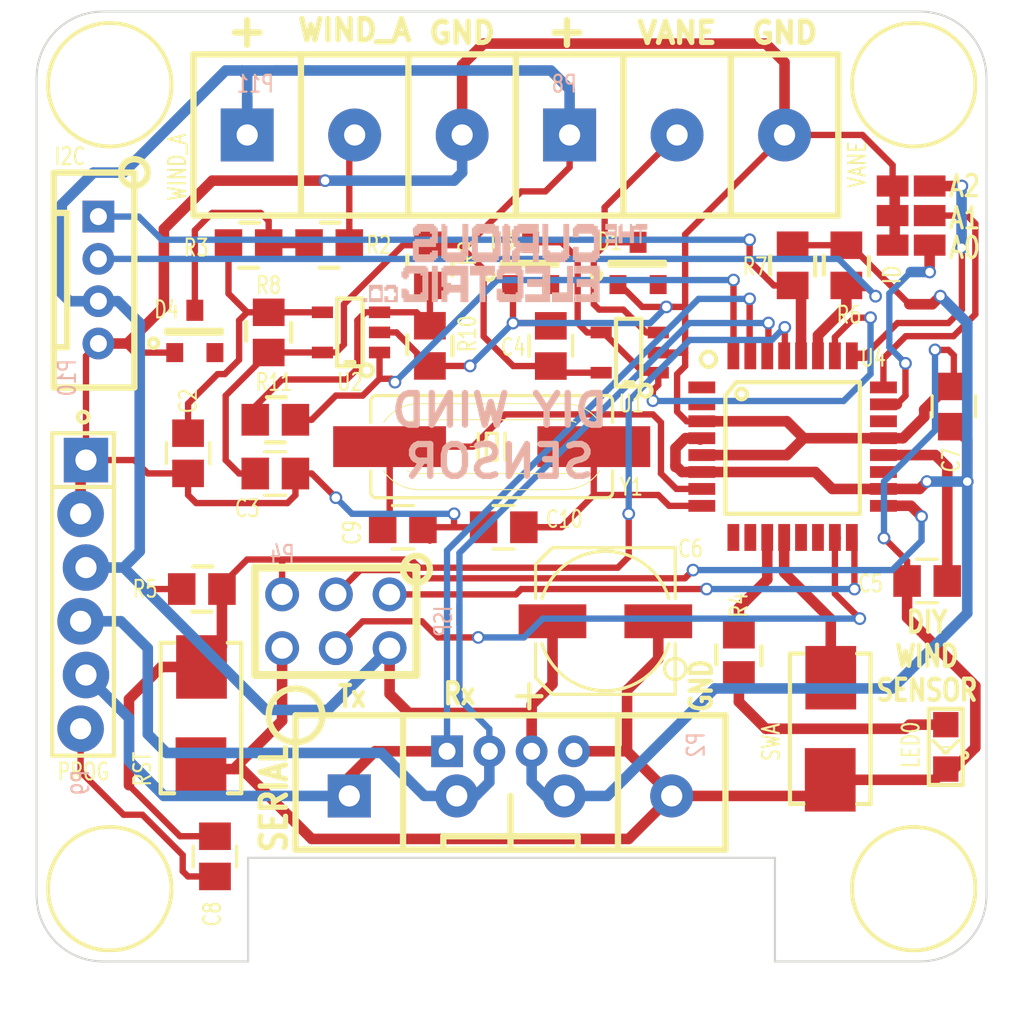
<source format=kicad_pcb>
(kicad_pcb (version 20171130) (host pcbnew "(5.1.10)-1")
  (layers (0 F.Cu signal) (31 B.Cu signal) (34 B.Paste user) (35 F.Paste user) (36 B.SilkS user) (37 F.SilkS user) (38 B.Mask user) (39 F.Mask user) (44 Edge.Cuts user))
  (net 0 "")
  (net 1 GND)
  (net 2 VCC)
  (net 3 "Net-(C5-Pad2)")
  (net 4 /ATMega328/DTR)
  (net 5 /ATMega328/RESET)
  (net 6 "Net-(C9-Pad2)")
  (net 7 "Net-(C10-Pad2)")
  (net 8 "Net-(D2-Pad2)")
  (net 9 /Rx)
  (net 10 /Tx)
  (net 11 /I2C_SDA)
  (net 12 /I2C_CLK)
  (net 13 /ATMega328/A0)
  (net 14 /ATMega328/A1)
  (net 15 /ATMega328/SCLK)
  (net 16 /ATMega328/MOSI)
  (net 17 /ATMega328/MISO)
  (net 18 /ATMega328/D7_LED0)
  (net 19 /ATMega328/D8_SWA)
  (net 20 /ATMega328/D3)
  (net 21 /ATMega328/D4)
  (net 22 /ATMega328/D5)
  (net 23 /ATMega328/D6)
  (net 24 /ATMega328/D9)
  (net 25 /ATMega328/D10)
  (net 26 /ATMega328/A6)
  (net 27 /ATMega328/A7)
  (net 28 /ATMega328/A2)
  (net 29 "Net-(C2-Pad1)")
  (net 30 /WIND_FREQ)
  (net 31 /Wind_Vane/WIND_V_SIG)
  (net 32 /WIND_VANE)
  (net 33 "Net-(D4-Pad2)")
  (net 34 /Hall_to_Freq/WIND_A_SIG)
  (net 35 "Net-(R10-Pad2)")
  (module REInnovationFootprint:TH_6x1_FTDI (layer F.Cu) (at 128.397 116.84 270)
    (fp_text reference P9 (at 8.89 0.127 90) (layer B.SilkS) (effects (font (size 0.8 0.6) (thickness 0.1)) (justify mirror)))
    (fp_text value PROG (at 8.382 0 180) (layer F.SilkS) (effects (font (size 0.8 0.6) (thickness 0.1))))
    (pad 1 thru_hole rect (at -6.35 -0.127 270) (size 2.10058 2.10058) (drill 1) (layers *.Cu *.Mask) (net 1 GND))
    (pad 2 thru_hole circle (at -3.81 0.127 270) (size 2.19964 2.19964) (drill 1) (layers *.Cu *.Mask) (net 1 GND))
    (pad 3 thru_hole circle (at -1.27 -0.127 270) (size 2.19964 2.19964) (drill 1) (layers *.Cu *.Mask) (net 2 VCC))
    (pad 4 thru_hole circle (at 1.27 0.127 270) (size 2.19964 2.19964) (drill 1) (layers *.Cu *.Mask) (net 9 /Rx))
    (pad 5 thru_hole circle (at 3.81 -0.127 270) (size 2.19964 2.19964) (drill 1) (layers *.Cu *.Mask) (net 10 /Tx))
    (pad 6 thru_hole circle (at 6.35 0.127 270) (size 2.19964 2.19964) (drill 1) (layers *.Cu *.Mask) (net 4 /ATMega328/DTR))
  )
  (module REInnovationFootprint:PCB_45_45_Cut_Out_Solar_Sensor (layer F.Cu) (at 126.111 134.112)
    (fp_text reference P6 hide)
    (fp_text value PCB hide)
    (fp_line (start 3.2052 -44.8232) (end 3.2052 -44.8232) (layer Edge.Cuts) (width 0.1))
    (fp_line (start 41.8509 -44.8232) (end 3.2052 -44.8232) (layer Edge.Cuts) (width 0.1))
    (fp_line (start 42.1715 -44.8071) (end 41.8509 -44.8232) (layer Edge.Cuts) (width 0.1))
    (fp_line (start 42.4827 -44.7598) (end 42.1715 -44.8071) (layer Edge.Cuts) (width 0.1))
    (fp_line (start 42.7828 -44.683) (end 42.4827 -44.7598) (layer Edge.Cuts) (width 0.1))
    (fp_line (start 43.0704 -44.5781) (end 42.7828 -44.683) (layer Edge.Cuts) (width 0.1))
    (fp_line (start 43.3438 -44.4467) (end 43.0704 -44.5781) (layer Edge.Cuts) (width 0.1))
    (fp_line (start 43.6016 -44.2904) (end 43.3438 -44.4467) (layer Edge.Cuts) (width 0.1))
    (fp_line (start 43.8422 -44.1107) (end 43.6016 -44.2904) (layer Edge.Cuts) (width 0.1))
    (fp_line (start 44.064 -43.9091) (end 43.8422 -44.1107) (layer Edge.Cuts) (width 0.1))
    (fp_line (start 44.2656 -43.6872) (end 44.064 -43.9091) (layer Edge.Cuts) (width 0.1))
    (fp_line (start 44.4453 -43.4466) (end 44.2656 -43.6872) (layer Edge.Cuts) (width 0.1))
    (fp_line (start 44.6016 -43.1887) (end 44.4453 -43.4466) (layer Edge.Cuts) (width 0.1))
    (fp_line (start 44.7329 -42.9152) (end 44.6016 -43.1887) (layer Edge.Cuts) (width 0.1))
    (fp_line (start 44.8377 -42.6276) (end 44.7329 -42.9152) (layer Edge.Cuts) (width 0.1))
    (fp_line (start 44.9146 -42.3275) (end 44.8377 -42.6276) (layer Edge.Cuts) (width 0.1))
    (fp_line (start 44.9618 -42.0163) (end 44.9146 -42.3275) (layer Edge.Cuts) (width 0.1))
    (fp_line (start 44.9779 -41.6957) (end 44.9618 -42.0163) (layer Edge.Cuts) (width 0.1))
    (fp_line (start 44.9779 -3.05) (end 44.9779 -41.6957) (layer Edge.Cuts) (width 0.1))
    (fp_line (start 44.9618 -2.7294) (end 44.9779 -3.05) (layer Edge.Cuts) (width 0.1))
    (fp_line (start 44.9146 -2.4182) (end 44.9618 -2.7294) (layer Edge.Cuts) (width 0.1))
    (fp_line (start 44.8377 -2.1181) (end 44.9146 -2.4182) (layer Edge.Cuts) (width 0.1))
    (fp_line (start 44.7329 -1.8305) (end 44.8377 -2.1181) (layer Edge.Cuts) (width 0.1))
    (fp_line (start 44.6016 -1.5571) (end 44.7329 -1.8305) (layer Edge.Cuts) (width 0.1))
    (fp_line (start 44.4453 -1.2993) (end 44.6016 -1.5571) (layer Edge.Cuts) (width 0.1))
    (fp_line (start 44.2656 -1.0587) (end 44.4453 -1.2993) (layer Edge.Cuts) (width 0.1))
    (fp_line (start 44.064 -0.8369) (end 44.2656 -1.0587) (layer Edge.Cuts) (width 0.1))
    (fp_line (start 43.8422 -0.6353) (end 44.064 -0.8369) (layer Edge.Cuts) (width 0.1))
    (fp_line (start 43.6016 -0.4556) (end 43.8422 -0.6353) (layer Edge.Cuts) (width 0.1))
    (fp_line (start 43.3438 -0.2994) (end 43.6016 -0.4556) (layer Edge.Cuts) (width 0.1))
    (fp_line (start 43.0704 -0.168) (end 43.3438 -0.2994) (layer Edge.Cuts) (width 0.1))
    (fp_line (start 42.7828 -0.0632) (end 43.0704 -0.168) (layer Edge.Cuts) (width 0.1))
    (fp_line (start 42.4827 0.0136) (end 42.7828 -0.0632) (layer Edge.Cuts) (width 0.1))
    (fp_line (start 42.1715 0.0609) (end 42.4827 0.0136) (layer Edge.Cuts) (width 0.1))
    (fp_line (start 41.8509 0.0769) (end 42.1715 0.0609) (layer Edge.Cuts) (width 0.1))
    (fp_line (start 34.978 0.0769) (end 41.8509 0.0769) (layer Edge.Cuts) (width 0.1))
    (fp_line (start 34.978 -4.823) (end 34.978 0.0769) (layer Edge.Cuts) (width 0.1))
    (fp_line (start 10.0782 -4.823) (end 34.978 -4.823) (layer Edge.Cuts) (width 0.1))
    (fp_line (start 10.0782 0.0769) (end 10.0782 -4.823) (layer Edge.Cuts) (width 0.1))
    (fp_line (start 3.2052 0.0769) (end 10.0782 0.0769) (layer Edge.Cuts) (width 0.1))
    (fp_line (start 2.8846 0.0609) (end 3.2052 0.0769) (layer Edge.Cuts) (width 0.1))
    (fp_line (start 2.5734 0.0136) (end 2.8846 0.0609) (layer Edge.Cuts) (width 0.1))
    (fp_line (start 2.2733 -0.0632) (end 2.5734 0.0136) (layer Edge.Cuts) (width 0.1))
    (fp_line (start 1.9857 -0.168) (end 2.2733 -0.0632) (layer Edge.Cuts) (width 0.1))
    (fp_line (start 1.7122 -0.2994) (end 1.9857 -0.168) (layer Edge.Cuts) (width 0.1))
    (fp_line (start 1.4544 -0.4556) (end 1.7122 -0.2994) (layer Edge.Cuts) (width 0.1))
    (fp_line (start 1.2137 -0.6353) (end 1.4544 -0.4556) (layer Edge.Cuts) (width 0.1))
    (fp_line (start 0.9918 -0.8369) (end 1.2137 -0.6353) (layer Edge.Cuts) (width 0.1))
    (fp_line (start 0.7903 -1.0587) (end 0.9918 -0.8369) (layer Edge.Cuts) (width 0.1))
    (fp_line (start 0.6105 -1.2993) (end 0.7903 -1.0587) (layer Edge.Cuts) (width 0.1))
    (fp_line (start 0.4542 -1.5571) (end 0.6105 -1.2993) (layer Edge.Cuts) (width 0.1))
    (fp_line (start 0.3228 -1.8305) (end 0.4542 -1.5571) (layer Edge.Cuts) (width 0.1))
    (fp_line (start 0.2179 -2.1181) (end 0.3228 -1.8305) (layer Edge.Cuts) (width 0.1))
    (fp_line (start 0.1411 -2.4182) (end 0.2179 -2.1181) (layer Edge.Cuts) (width 0.1))
    (fp_line (start 0.0939 -2.7294) (end 0.1411 -2.4182) (layer Edge.Cuts) (width 0.1))
    (fp_line (start 0.0778 -3.05) (end 0.0939 -2.7294) (layer Edge.Cuts) (width 0.1))
    (fp_line (start 0.0778 -41.6957) (end 0.0778 -3.05) (layer Edge.Cuts) (width 0.1))
    (fp_line (start 0.0939 -42.0163) (end 0.0778 -41.6957) (layer Edge.Cuts) (width 0.1))
    (fp_line (start 0.1411 -42.3275) (end 0.0939 -42.0163) (layer Edge.Cuts) (width 0.1))
    (fp_line (start 0.2179 -42.6276) (end 0.1411 -42.3275) (layer Edge.Cuts) (width 0.1))
    (fp_line (start 0.3228 -42.9152) (end 0.2179 -42.6276) (layer Edge.Cuts) (width 0.1))
    (fp_line (start 0.4542 -43.1887) (end 0.3228 -42.9152) (layer Edge.Cuts) (width 0.1))
    (fp_line (start 0.6105 -43.4466) (end 0.4542 -43.1887) (layer Edge.Cuts) (width 0.1))
    (fp_line (start 0.7903 -43.6872) (end 0.6105 -43.4466) (layer Edge.Cuts) (width 0.1))
    (fp_line (start 0.9918 -43.9091) (end 0.7903 -43.6872) (layer Edge.Cuts) (width 0.1))
    (fp_line (start 1.2137 -44.1107) (end 0.9918 -43.9091) (layer Edge.Cuts) (width 0.1))
    (fp_line (start 1.4544 -44.2904) (end 1.2137 -44.1107) (layer Edge.Cuts) (width 0.1))
    (fp_line (start 1.7122 -44.4467) (end 1.4544 -44.2904) (layer Edge.Cuts) (width 0.1))
    (fp_line (start 1.9857 -44.5781) (end 1.7122 -44.4467) (layer Edge.Cuts) (width 0.1))
    (fp_line (start 2.2733 -44.683) (end 1.9857 -44.5781) (layer Edge.Cuts) (width 0.1))
    (fp_line (start 2.5734 -44.7598) (end 2.2733 -44.683) (layer Edge.Cuts) (width 0.1))
    (fp_line (start 2.8846 -44.8071) (end 2.5734 -44.7598) (layer Edge.Cuts) (width 0.1))
    (fp_line (start 3.2052 -44.8232) (end 2.8846 -44.8071) (layer Edge.Cuts) (width 0.1))
    (pad "" np_thru_hole circle (at 3.6 -41.4) (size 3.2 3.2) (drill 3.2) (layers *.Cu *.Mask))
    (pad "" np_thru_hole circle (at 41.6 -41.3) (size 3.2 3.2) (drill 3.2) (layers *.Cu *.Mask))
    (pad "" np_thru_hole circle (at 41.6 -3.3) (size 3.2 3.2) (drill 3.2) (layers *.Cu *.Mask))
    (pad "" np_thru_hole circle (at 3.6 -3.4) (size 3.2 3.2) (drill 3.2) (layers *.Cu *.Mask))
  )
  (module REInnovationFootprint:SIL-4_Grove_Not_Labelled (layer F.Cu) (at 127 101.981 270)
    (fp_text reference P10 (at 4.62 -0.635 270) (layer B.SilkS) (effects (font (size 0.8 0.6) (thickness 0.1)) (justify mirror)))
    (fp_text value I2C (at -5.842 -0.762) (layer F.SilkS) (effects (font (size 0.8 0.6) (thickness 0.1))))
    (pad 4 thru_hole circle (at 3 -2.111 270) (size 1.5 1.5) (drill 0.8) (layers *.Cu *.Mask) (net 1 GND))
    (pad 3 thru_hole circle (at 1 -2.111 270) (size 1.5 1.5) (drill 0.8) (layers *.Cu *.Mask) (net 2 VCC))
    (pad 2 thru_hole circle (at -1 -2.111 270) (size 1.5 1.5) (drill 0.8) (layers *.Cu *.Mask) (net 11 /I2C_SDA))
    (pad 1 thru_hole rect (at -3 -2.111 270) (size 1.5 1.5) (drill 0.8) (layers *.Cu *.Mask) (net 12 /I2C_CLK))
  )
  (module REInnovationFootprint:SM_6pad_3W_SOLDER (layer F.Cu) (at 168.402 97.79 90)
    (fp_text reference P3 hide)
    (fp_text value ID (at -3.937 -1.778 90) (layer F.SilkS) (effects (font (size 0.8 0.6) (thickness 0.1))))
    (pad 6 smd rect (at 0.254 -1.751 90) (size 1 1.5) (layers F.Cu F.Paste F.Mask) (net 1 GND))
    (pad 5 smd rect (at 0.254 0 90) (size 1 1.5) (layers F.Cu F.Paste F.Mask) (net 28 /ATMega328/A2))
    (pad 4 smd rect (at -1.143 -1.751 90) (size 1 1.5) (layers F.Cu F.Paste F.Mask) (net 1 GND))
    (pad 3 smd rect (at -1.143 0 90) (size 1 1.5) (layers F.Cu F.Paste F.Mask) (net 14 /ATMega328/A1))
    (pad 2 smd rect (at -2.54 -1.751 90) (size 1 1.5) (layers F.Cu F.Paste F.Mask) (net 1 GND))
    (pad 1 smd rect (at -2.54 0 90) (size 1 1.5) (layers F.Cu F.Paste F.Mask) (net 13 /ATMega328/A0))
  )
  (module REInnovationFootprint:TQFP32-08 (layer F.Cu) (at 161.925 109.855)
    (fp_text reference U4 (at 3.81 -4.191) (layer F.SilkS) (effects (font (size 0.8 0.6) (thickness 0.1))))
    (fp_text value ATmega328P-AU hide)
    (pad 32 smd rect (at -2.79908 -4.2926 90) (size 1.27 0.5588) (layers F.Cu F.Paste F.Mask) (net 30 /WIND_FREQ))
    (pad 31 smd rect (at -1.99898 -4.2926 90) (size 1.27 0.5588) (layers F.Cu F.Paste F.Mask) (net 10 /Tx))
    (pad 30 smd rect (at -1.19888 -4.2926 90) (size 1.27 0.5588) (layers F.Cu F.Paste F.Mask) (net 9 /Rx))
    (pad 29 smd rect (at -0.39878 -4.2926 90) (size 1.27 0.5588) (layers F.Cu F.Paste F.Mask) (net 5 /ATMega328/RESET))
    (pad 28 smd rect (at 0.39878 -4.2926 90) (size 1.27 0.5588) (layers F.Cu F.Paste F.Mask) (net 12 /I2C_CLK))
    (pad 27 smd rect (at 1.19888 -4.2926 90) (size 1.27 0.5588) (layers F.Cu F.Paste F.Mask) (net 11 /I2C_SDA))
    (pad 26 smd rect (at 1.99898 -4.2926 90) (size 1.27 0.5588) (layers F.Cu F.Paste F.Mask) (net 32 /WIND_VANE))
    (pad 25 smd rect (at 2.79908 -4.2926 90) (size 1.27 0.5588) (layers F.Cu F.Paste F.Mask) (net 28 /ATMega328/A2))
    (pad 24 smd rect (at 4.2926 -2.79908) (size 1.27 0.5588) (layers F.Cu F.Paste F.Mask) (net 14 /ATMega328/A1))
    (pad 23 smd rect (at 4.2926 -1.99898) (size 1.27 0.5588) (layers F.Cu F.Paste F.Mask) (net 13 /ATMega328/A0))
    (pad 22 smd rect (at 4.2926 -1.19888) (size 1.27 0.5588) (layers F.Cu F.Paste F.Mask) (net 27 /ATMega328/A7))
    (pad 21 smd rect (at 4.2926 -0.39878) (size 1.27 0.5588) (layers F.Cu F.Paste F.Mask) (net 1 GND))
    (pad 20 smd rect (at 4.2926 0.39878) (size 1.27 0.5588) (layers F.Cu F.Paste F.Mask) (net 3 "Net-(C5-Pad2)"))
    (pad 19 smd rect (at 4.2926 1.19888) (size 1.27 0.5588) (layers F.Cu F.Paste F.Mask) (net 26 /ATMega328/A6))
    (pad 18 smd rect (at 4.2926 1.99898) (size 1.27 0.5588) (layers F.Cu F.Paste F.Mask) (net 2 VCC))
    (pad 17 smd rect (at 4.2926 2.79908) (size 1.27 0.5588) (layers F.Cu F.Paste F.Mask) (net 15 /ATMega328/SCLK))
    (pad 16 smd rect (at 2.79908 4.2926 90) (size 1.27 0.5588) (layers F.Cu F.Paste F.Mask) (net 17 /ATMega328/MISO))
    (pad 15 smd rect (at 1.99898 4.2926 90) (size 1.27 0.5588) (layers F.Cu F.Paste F.Mask) (net 16 /ATMega328/MOSI))
    (pad 14 smd rect (at 1.19888 4.2926 90) (size 1.27 0.5588) (layers F.Cu F.Paste F.Mask) (net 25 /ATMega328/D10))
    (pad 13 smd rect (at 0.39878 4.2926 90) (size 1.27 0.5588) (layers F.Cu F.Paste F.Mask) (net 24 /ATMega328/D9))
    (pad 12 smd rect (at -0.39878 4.2926 90) (size 1.27 0.5588) (layers F.Cu F.Paste F.Mask) (net 19 /ATMega328/D8_SWA))
    (pad 11 smd rect (at -1.19888 4.2926 90) (size 1.27 0.5588) (layers F.Cu F.Paste F.Mask) (net 18 /ATMega328/D7_LED0))
    (pad 10 smd rect (at -1.99898 4.2926 90) (size 1.27 0.5588) (layers F.Cu F.Paste F.Mask) (net 23 /ATMega328/D6))
    (pad 9 smd rect (at -2.79908 4.2926 90) (size 1.27 0.5588) (layers F.Cu F.Paste F.Mask) (net 22 /ATMega328/D5))
    (pad 8 smd rect (at -4.2926 2.79908) (size 1.27 0.5588) (layers F.Cu F.Paste F.Mask) (net 7 "Net-(C10-Pad2)"))
    (pad 7 smd rect (at -4.2926 1.99898) (size 1.27 0.5588) (layers F.Cu F.Paste F.Mask) (net 6 "Net-(C9-Pad2)"))
    (pad 6 smd rect (at -4.2926 1.19888) (size 1.27 0.5588) (layers F.Cu F.Paste F.Mask) (net 2 VCC))
    (pad 5 smd rect (at -4.2926 0.39878) (size 1.27 0.5588) (layers F.Cu F.Paste F.Mask) (net 1 GND))
    (pad 4 smd rect (at -4.2926 -0.39878) (size 1.27 0.5588) (layers F.Cu F.Paste F.Mask) (net 2 VCC))
    (pad 3 smd rect (at -4.2926 -1.19888) (size 1.27 0.5588) (layers F.Cu F.Paste F.Mask) (net 1 GND))
    (pad 2 smd rect (at -4.2926 -1.99898) (size 1.27 0.5588) (layers F.Cu F.Paste F.Mask) (net 21 /ATMega328/D4))
    (pad 1 smd rect (at -4.2926 -2.79908) (size 1.27 0.5588) (layers F.Cu F.Paste F.Mask) (net 20 /ATMega328/D3))
  )
  (module REInnovationFootprint:SM_C_0805 (layer F.Cu) (at 169.545 107.95 270)
    (fp_text reference C7 (at 2.54 0.127 90) (layer F.SilkS) (effects (font (size 0.8 0.6) (thickness 0.1))))
    (fp_text value 100n hide)
    (pad 2 smd rect (at 0.9602 0 270) (size 1.3 1.5) (layers F.Cu F.Paste F.Mask) (net 2 VCC))
    (pad 1 smd rect (at -0.9398 0 270) (size 1.3 1.5) (layers F.Cu F.Paste F.Mask) (net 1 GND))
  )
  (module REInnovationFootprint:SM_C_0805 (layer F.Cu) (at 134.62 129.2302 90)
    (fp_text reference C8 (at -2.7228 -0.127 90) (layer F.SilkS) (effects (font (size 0.8 0.6) (thickness 0.1))))
    (fp_text value 100n hide)
    (pad 1 smd rect (at -0.9398 0 90) (size 1.3 1.5) (layers F.Cu F.Paste F.Mask) (net 4 /ATMega328/DTR))
    (pad 2 smd rect (at 0.9602 0 90) (size 1.3 1.5) (layers F.Cu F.Paste F.Mask) (net 5 /ATMega328/RESET))
  )
  (module REInnovationFootprint:SM_C_0805 (layer F.Cu) (at 143.51 113.665 180)
    (fp_text reference C9 (at 2.413 -0.254 270) (layer F.SilkS) (effects (font (size 0.8 0.6) (thickness 0.1))))
    (fp_text value 22p hide)
    (pad 2 smd rect (at 0.9602 0 180) (size 1.3 1.5) (layers F.Cu F.Paste F.Mask) (net 6 "Net-(C9-Pad2)"))
    (pad 1 smd rect (at -0.9398 0 180) (size 1.3 1.5) (layers F.Cu F.Paste F.Mask) (net 1 GND))
  )
  (module REInnovationFootprint:SM_C_0805 (layer F.Cu) (at 148.2598 113.665)
    (fp_text reference C10 (at 2.8702 -0.381) (layer F.SilkS) (effects (font (size 0.8 0.6) (thickness 0.1))))
    (fp_text value 22p hide)
    (pad 1 smd rect (at -0.9398 0) (size 1.3 1.5) (layers F.Cu F.Paste F.Mask) (net 1 GND))
    (pad 2 smd rect (at 0.9602 0) (size 1.3 1.5) (layers F.Cu F.Paste F.Mask) (net 7 "Net-(C10-Pad2)"))
  )
  (module REInnovationFootprint:SIL-4_Grove_SCREW (layer F.Cu) (at 148.59 126.365)
    (fp_text reference P2 (at 8.763 -2.413 90) (layer B.SilkS) (effects (font (size 0.8 0.6) (thickness 0.1)) (justify mirror)))
    (fp_text value SERIAL (at -11.176 0.127 90) (layer F.SilkS) (effects (font (size 1.2 1) (thickness 0.25))))
    (pad 1 thru_hole rect (at -7.62 0) (size 2.032 2.032) (drill 1.00076) (layers *.Cu *.Mask) (net 10 /Tx))
    (pad 2 thru_hole circle (at -2.54 0) (size 2.032 2.032) (drill 1.00076) (layers *.Cu *.Mask) (net 9 /Rx))
    (pad 3 thru_hole circle (at 2.54 0) (size 2.032 2.032) (drill 1.00076) (layers *.Cu *.Mask) (net 2 VCC))
    (pad 4 thru_hole circle (at 7.62 0) (size 2.032 2.032) (drill 1.00076) (layers *.Cu *.Mask) (net 1 GND))
    (pad 1 thru_hole rect (at -3 -2.111) (size 1.5 1.5) (drill 0.8) (layers *.Cu *.Mask) (net 10 /Tx))
    (pad 2 thru_hole circle (at -1 -2.111) (size 1.5 1.5) (drill 0.8) (layers *.Cu *.Mask) (net 9 /Rx))
    (pad 3 thru_hole circle (at 1 -2.111) (size 1.5 1.5) (drill 0.8) (layers *.Cu *.Mask) (net 2 VCC))
    (pad 4 thru_hole circle (at 3 -2.111) (size 1.5 1.5) (drill 0.8) (layers *.Cu *.Mask) (net 1 GND))
  )
  (module REInnovationFootprint:SM0805 (layer F.Cu) (at 161.925 101.2698)
    (fp_text reference R7 (at -1.778 0.0762 180) (layer F.SilkS) (effects (font (size 0.8 0.6) (thickness 0.1))))
    (fp_text value 10k hide)
    (pad 2 smd rect (at 0 0.9652) (size 1.5 1.3) (layers F.Cu F.Paste F.Mask) (net 12 /I2C_CLK))
    (pad 1 smd rect (at 0 -0.9348) (size 1.5 1.3) (layers F.Cu F.Paste F.Mask) (net 2 VCC))
  )
  (module REInnovationFootprint:SMD_SW_6x3_5 (layer F.Cu) (at 133.9596 122.682 270)
    (fp_text reference SW2 hide)
    (fp_text value RST (at 2.413 2.7686 90) (layer F.SilkS) (effects (font (size 0.8 0.6) (thickness 0.1))))
    (pad 1 smd rect (at -2.413 -0.0254 270) (size 3 2.39776) (layers F.Cu F.Paste F.Mask) (net 5 /ATMega328/RESET))
    (pad 2 smd rect (at 2.413 0 270) (size 3 2.39776) (layers F.Cu F.Paste F.Mask) (net 1 GND))
  )
  (module REInnovationFootprint:SM-crystal-HC49UP (layer F.Cu) (at 147.701 109.855)
    (fp_text reference Y1 (at 6.604 1.905) (layer F.SilkS) (effects (font (size 0.8 0.6) (thickness 0.1))))
    (fp_text value 8MHz_XTAL hide)
    (pad 1 smd rect (at -4.826 0) (size 5.334 1.9304) (layers F.Cu F.Paste F.Mask) (net 6 "Net-(C9-Pad2)"))
    (pad 2 smd rect (at 4.826 0) (size 5.334 1.9304) (layers F.Cu F.Paste F.Mask) (net 7 "Net-(C10-Pad2)"))
  )
  (module REInnovationFootprint:SM_C_0805 (layer F.Cu) (at 150.495 105.0848 270)
    (fp_text reference C4 (at 0.0712 1.778 180) (layer F.SilkS) (effects (font (size 0.8 0.6) (thickness 0.1))))
    (fp_text value 100n hide)
    (pad 2 smd rect (at 0.9602 0 270) (size 1.3 1.5) (layers F.Cu F.Paste F.Mask) (net 2 VCC))
    (pad 1 smd rect (at -0.9398 0 270) (size 1.3 1.5) (layers F.Cu F.Paste F.Mask) (net 1 GND))
  )
  (module REInnovationFootprint:SM_C_0805 (layer F.Cu) (at 168.275 116.205)
    (fp_text reference C5 (at -2.667 0.127) (layer F.SilkS) (effects (font (size 0.8 0.6) (thickness 0.1))))
    (fp_text value 100n hide)
    (pad 1 smd rect (at -0.9398 0) (size 1.3 1.5) (layers F.Cu F.Paste F.Mask) (net 1 GND))
    (pad 2 smd rect (at 0.9602 0) (size 1.3 1.5) (layers F.Cu F.Paste F.Mask) (net 3 "Net-(C5-Pad2)"))
  )
  (module REInnovationFootprint:SM_6.3x7.7 (layer F.Cu) (at 153.075 118.11 180)
    (fp_text reference C6 (at -4.024 3.429 180) (layer F.SilkS) (effects (font (size 0.8 0.6) (thickness 0.1))))
    (fp_text value 100u hide)
    (pad 1 smd rect (at 2.5 0 180) (size 3.2 1.6) (layers F.Cu F.Paste F.Mask) (net 2 VCC))
    (pad 2 smd rect (at -2.5 0 180) (size 3.2 1.6) (layers F.Cu F.Paste F.Mask) (net 1 GND))
  )
  (module REInnovationFootprint:SM0805_LED (layer F.Cu) (at 169.164 124.04598 180)
    (fp_text reference D2 hide)
    (fp_text value LED0 (at 1.651 0.09398 270) (layer F.SilkS) (effects (font (size 0.8 0.6) (thickness 0.1))))
    (pad 2 smd rect (at 0 1.04902 180) (size 1.19888 1.19888) (layers F.Cu F.Paste F.Mask) (net 8 "Net-(D2-Pad2)"))
    (pad 1 smd rect (at 0 -1.04902 180) (size 1.19888 1.19888) (layers F.Cu F.Paste F.Mask) (net 1 GND))
  )
  (module CuriousElectric3:TCEC_Words_13mm (layer B.Cu) (at 155.321 99.06 180)
    (fp_text reference P5 hide)
    (fp_text value LOGO2 hide)
  )
  (module REInnovationFootprint:SM0805 (layer F.Cu) (at 159.385 119.6798)
    (fp_text reference R4 (at 0 -2.3318 90) (layer F.SilkS) (effects (font (size 0.8 0.6) (thickness 0.1))))
    (fp_text value 470 hide)
    (pad 2 smd rect (at 0 0.9652) (size 1.5 1.3) (layers F.Cu F.Paste F.Mask) (net 8 "Net-(D2-Pad2)"))
    (pad 1 smd rect (at 0 -0.9348) (size 1.5 1.3) (layers F.Cu F.Paste F.Mask) (net 18 /ATMega328/D7_LED0))
  )
  (module REInnovationFootprint:SM0805 (layer F.Cu) (at 133.985 116.586 90)
    (fp_text reference R5 (at 0 -2.667) (layer F.SilkS) (effects (font (size 0.8 0.6) (thickness 0.1))))
    (fp_text value 10k hide)
    (pad 1 smd rect (at 0 -0.9348 90) (size 1.5 1.3) (layers F.Cu F.Paste F.Mask) (net 2 VCC))
    (pad 2 smd rect (at 0 0.9652 90) (size 1.5 1.3) (layers F.Cu F.Paste F.Mask) (net 5 /ATMega328/RESET))
  )
  (module REInnovationFootprint:SM0805 (layer F.Cu) (at 164.465 101.2698)
    (fp_text reference R6 (at 0.127 2.3622 180) (layer F.SilkS) (effects (font (size 0.8 0.6) (thickness 0.1))))
    (fp_text value 10k hide)
    (pad 1 smd rect (at 0 -0.9348) (size 1.5 1.3) (layers F.Cu F.Paste F.Mask) (net 2 VCC))
    (pad 2 smd rect (at 0 0.9652) (size 1.5 1.3) (layers F.Cu F.Paste F.Mask) (net 11 /I2C_SDA))
  )
  (module REInnovationFootprint:SMD_SW_6x3_5 (layer F.Cu) (at 163.703 123.19 270)
    (fp_text reference SW1 hide)
    (fp_text value SWA (at 0.635 2.794 90) (layer F.SilkS) (effects (font (size 0.8 0.6) (thickness 0.1))))
    (pad 2 smd rect (at 2.413 0 270) (size 3 2.39776) (layers F.Cu F.Paste F.Mask) (net 1 GND))
    (pad 1 smd rect (at -2.413 -0.0254 270) (size 3 2.39776) (layers F.Cu F.Paste F.Mask) (net 19 /ATMega328/D8_SWA))
  )
  (module REInnovationFootprint:SIL-3_screw_terminal (layer F.Cu) (at 136.144 95.123)
    (fp_text reference P11 (at 0.381 -2.413 -180) (layer B.SilkS) (effects (font (size 0.8 0.6) (thickness 0.1)) (justify mirror)))
    (fp_text value WIND_A (at -3.302 1.524 90) (layer F.SilkS) (effects (font (size 0.8 0.6) (thickness 0.1))))
    (fp_text user + (at 0 -4.953) (layer F.SilkS) (effects (font (size 1.524 1.524) (thickness 0.3048))))
    (fp_text user GND (at 10.16 -4.826 180) (layer F.SilkS) (effects (font (thickness 0.25))))
    (fp_text user WIND_A (at 5.08 -4.953) (layer F.SilkS) (effects (font (thickness 0.25))))
    (pad 2 thru_hole circle (at 5.08 0) (size 2.49936 2.49936) (drill 1.00076) (layers *.Cu *.Mask) (net 34 /Hall_to_Freq/WIND_A_SIG))
    (pad 1 thru_hole rect (at 0 0) (size 2.49936 2.49936) (drill 1.00076) (layers *.Cu *.Mask) (net 2 VCC))
    (pad 3 thru_hole circle (at 10.16 0) (size 2.49936 2.49936) (drill 1.00076) (layers *.Cu *.Mask) (net 1 GND))
  )
  (module REInnovationFootprint:SM0805 (layer F.Cu) (at 140.0048 100.33 90)
    (fp_text reference R2 (at 0 2.3622) (layer F.SilkS) (effects (font (size 0.8 0.6) (thickness 0.1))))
    (fp_text value 4k7 hide)
    (pad 1 smd rect (at 0 -0.9348 90) (size 1.5 1.3) (layers F.Cu F.Paste F.Mask) (net 33 "Net-(D4-Pad2)"))
    (pad 2 smd rect (at 0 0.9652 90) (size 1.5 1.3) (layers F.Cu F.Paste F.Mask) (net 34 /Hall_to_Freq/WIND_A_SIG))
  )
  (module REInnovationFootprint:SM0805 (layer F.Cu) (at 136.1948 100.33 90)
    (fp_text reference R3 (at -0.127 -2.4638) (layer F.SilkS) (effects (font (size 0.8 0.6) (thickness 0.1))))
    (fp_text value 4k7 hide)
    (pad 2 smd rect (at 0 0.9652 90) (size 1.5 1.3) (layers F.Cu F.Paste F.Mask) (net 33 "Net-(D4-Pad2)"))
    (pad 1 smd rect (at 0 -0.9348 90) (size 1.5 1.3) (layers F.Cu F.Paste F.Mask) (net 29 "Net-(C2-Pad1)"))
  )
  (module REInnovationFootprint:SM0805 (layer F.Cu) (at 137.16 104.4702 180)
    (fp_text reference R8 (at 0 2.2352 180) (layer F.SilkS) (effects (font (size 0.8 0.6) (thickness 0.1))))
    (fp_text value 100k hide)
    (pad 2 smd rect (at 0 0.9652 180) (size 1.5 1.3) (layers F.Cu F.Paste F.Mask) (net 29 "Net-(C2-Pad1)"))
    (pad 1 smd rect (at 0 -0.9348 180) (size 1.5 1.3) (layers F.Cu F.Paste F.Mask) (net 2 VCC))
  )
  (module REInnovationFootprint:SM0805 (layer F.Cu) (at 144.78 101.2698)
    (fp_text reference R9 (at 1.778 -0.5588 90) (layer F.SilkS) (effects (font (size 0.8 0.6) (thickness 0.1))))
    (fp_text value 100k hide)
    (pad 1 smd rect (at 0 -0.9348) (size 1.5 1.3) (layers F.Cu F.Paste F.Mask) (net 2 VCC))
    (pad 2 smd rect (at 0 0.9652) (size 1.5 1.3) (layers F.Cu F.Paste F.Mask) (net 35 "Net-(R10-Pad2)"))
  )
  (module REInnovationFootprint:SM0805 (layer F.Cu) (at 144.78 105.1052 180)
    (fp_text reference R10 (at -1.778 0.5842 90) (layer F.SilkS) (effects (font (size 0.8 0.6) (thickness 0.1))))
    (fp_text value 10k hide)
    (pad 1 smd rect (at 0 -0.9348 180) (size 1.5 1.3) (layers F.Cu F.Paste F.Mask) (net 1 GND))
    (pad 2 smd rect (at 0 0.9652 180) (size 1.5 1.3) (layers F.Cu F.Paste F.Mask) (net 35 "Net-(R10-Pad2)"))
  )
  (module REInnovationFootprint:SM0805 (layer F.Cu) (at 137.4598 108.585 90)
    (fp_text reference R11 (at 1.778 -0.0458) (layer F.SilkS) (effects (font (size 0.8 0.6) (thickness 0.1))))
    (fp_text value 4M7 hide)
    (pad 2 smd rect (at 0 0.9652 90) (size 1.5 1.3) (layers F.Cu F.Paste F.Mask) (net 30 /WIND_FREQ))
    (pad 1 smd rect (at 0 -0.9348 90) (size 1.5 1.3) (layers F.Cu F.Paste F.Mask) (net 35 "Net-(R10-Pad2)"))
  )
  (module REInnovationFootprint:SM_C_0805 (layer F.Cu) (at 133.35 110.1598 270)
    (fp_text reference C2 (at -2.4638 0 90) (layer F.SilkS) (effects (font (size 0.8 0.6) (thickness 0.1))))
    (fp_text value 22n hide)
    (pad 1 smd rect (at -0.9398 0 270) (size 1.3 1.5) (layers F.Cu F.Paste F.Mask) (net 29 "Net-(C2-Pad1)"))
    (pad 2 smd rect (at 0.9602 0 270) (size 1.3 1.5) (layers F.Cu F.Paste F.Mask) (net 1 GND))
  )
  (module REInnovationFootprint:SM_C_0805 (layer F.Cu) (at 137.4648 111.125)
    (fp_text reference C3 (at -1.3208 1.651) (layer F.SilkS) (effects (font (size 0.8 0.6) (thickness 0.1))))
    (fp_text value 100n hide)
    (pad 2 smd rect (at 0.9602 0) (size 1.3 1.5) (layers F.Cu F.Paste F.Mask) (net 1 GND))
    (pad 1 smd rect (at -0.9398 0) (size 1.3 1.5) (layers F.Cu F.Paste F.Mask) (net 2 VCC))
  )
  (module REInnovationFootprint:SIL-3_screw_terminal (layer F.Cu) (at 151.384 95.123)
    (fp_text reference P8 (at -0.254 -2.413 -180) (layer B.SilkS) (effects (font (size 0.8 0.6) (thickness 0.1)) (justify mirror)))
    (fp_text value VANE (at 13.589 1.397 90) (layer F.SilkS) (effects (font (size 0.8 0.6) (thickness 0.1))))
    (fp_text user VANE (at 5.08 -4.826) (layer F.SilkS) (effects (font (thickness 0.25))))
    (fp_text user GND (at 10.16 -4.826 180) (layer F.SilkS) (effects (font (thickness 0.25))))
    (fp_text user + (at -0.127 -4.953) (layer F.SilkS) (effects (font (size 1.524 1.524) (thickness 0.3048))))
    (pad 3 thru_hole circle (at 10.16 0) (size 2.49936 2.49936) (drill 1.00076) (layers *.Cu *.Mask) (net 1 GND))
    (pad 1 thru_hole rect (at 0 0) (size 2.49936 2.49936) (drill 1.00076) (layers *.Cu *.Mask) (net 2 VCC))
    (pad 2 thru_hole circle (at 5.08 0) (size 2.49936 2.49936) (drill 1.00076) (layers *.Cu *.Mask) (net 31 /Wind_Vane/WIND_V_SIG))
  )
  (module REInnovationFootprint:SM_SOT-23-5 (layer F.Cu) (at 155.575 105.41 90)
    (fp_text reference U1 (at -2.413 -1.27) (layer F.SilkS) (effects (font (size 0.8 0.6) (thickness 0.1))))
    (fp_text value TSV911xxLx hide)
    (pad 3 smd rect (at 0.95 0 90) (size 0.55 1) (layers F.Cu F.Paste F.Mask) (net 31 /Wind_Vane/WIND_V_SIG))
    (pad 2 smd rect (at 0 0 90) (size 0.55 1) (layers F.Cu F.Paste F.Mask) (net 1 GND))
    (pad 1 smd rect (at -0.95 0 90) (size 0.55 1) (layers F.Cu F.Paste F.Mask) (net 32 /WIND_VANE))
    (pad 4 smd rect (at 0.95 -2.7 90) (size 0.55 1) (layers F.Cu F.Paste F.Mask) (net 32 /WIND_VANE))
    (pad 5 smd rect (at -0.95 -2.7 90) (size 0.55 1) (layers F.Cu F.Paste F.Mask) (net 2 VCC))
  )
  (module REInnovationFootprint:SM_SOT-23-5 (layer F.Cu) (at 142.4 104.455 90)
    (fp_text reference U2 (at -2.352 -1.397) (layer F.SilkS) (effects (font (size 0.8 0.6) (thickness 0.1))))
    (fp_text value TSV911xxLx hide)
    (pad 5 smd rect (at -0.95 -2.7 90) (size 0.55 1) (layers F.Cu F.Paste F.Mask) (net 2 VCC))
    (pad 4 smd rect (at 0.95 -2.7 90) (size 0.55 1) (layers F.Cu F.Paste F.Mask) (net 29 "Net-(C2-Pad1)"))
    (pad 1 smd rect (at -0.95 0 90) (size 0.55 1) (layers F.Cu F.Paste F.Mask) (net 30 /WIND_FREQ))
    (pad 2 smd rect (at 0 0 90) (size 0.55 1) (layers F.Cu F.Paste F.Mask) (net 1 GND))
    (pad 3 smd rect (at 0.95 0 90) (size 0.55 1) (layers F.Cu F.Paste F.Mask) (net 35 "Net-(R10-Pad2)"))
  )
  (module REInnovationFootprint:ISP_3x2 (layer F.Cu) (at 139.7 118.11 180)
    (fp_text reference P4 (at 1.905 3.175 180) (layer B.SilkS) (effects (font (size 0.8 0.6) (thickness 0.1)) (justify mirror)))
    (fp_text value ISP (at -5.715 0 270) (layer B.SilkS) (effects (font (size 0.8 0.6) (thickness 0.1)) (justify mirror)))
    (pad 5 thru_hole circle (at 1.905 1.27 180) (size 1.6002 1.6002) (drill 1.00076) (layers *.Cu *.Mask) (net 5 /ATMega328/RESET))
    (pad 6 thru_hole circle (at 1.905 -1.27 180) (size 1.6002 1.6002) (drill 1.00076) (layers *.Cu *.Mask) (net 1 GND))
    (pad 3 thru_hole circle (at -0.635 1.27 180) (size 1.6002 1.6002) (drill 1.00076) (layers *.Cu *.Mask) (net 15 /ATMega328/SCLK))
    (pad 4 thru_hole circle (at -0.635 -1.27 180) (size 1.6002 1.6002) (drill 1.00076) (layers *.Cu *.Mask) (net 16 /ATMega328/MOSI))
    (pad 1 thru_hole circle (at -3.175 1.27 180) (size 1.6002 1.6002) (drill 1.00076) (layers *.Cu *.Mask) (net 17 /ATMega328/MISO))
    (pad 2 thru_hole circle (at -3.175 -1.27 180) (size 1.6002 1.6002) (drill 1.00076) (layers *.Cu *.Mask) (net 2 VCC))
  )
  (module REInnovationFootprint:SOT23_ZENER (layer F.Cu) (at 133.67 104.41)
    (fp_text reference D4 (at -1.336 -1.032) (layer F.SilkS) (effects (font (size 0.8 0.6) (thickness 0.1))))
    (fp_text value 3V3_Zener hide)
    (pad 2 smd rect (at 0 -1) (size 0.8001 1.00076) (layers F.Cu F.Paste F.Mask) (net 33 "Net-(D4-Pad2)"))
    (pad 3 smd rect (at 0.95 1) (size 0.8001 0.9) (layers F.Cu F.Paste F.Mask))
    (pad 1 smd rect (at -0.95 1) (size 0.8001 0.9) (layers F.Cu F.Paste F.Mask) (net 1 GND))
  )
  (module REInnovationFootprint:SOT23_ZENER (layer F.Cu) (at 154.62 101.19538)
    (fp_text reference D1 (at -1.336 -1.032) (layer F.SilkS) (effects (font (size 0.8 0.6) (thickness 0.1))))
    (fp_text value 5V1_Zener hide)
    (pad 2 smd rect (at 0 -1) (size 0.8001 1.00076) (layers F.Cu F.Paste F.Mask) (net 31 /Wind_Vane/WIND_V_SIG))
    (pad 3 smd rect (at 0.95 1) (size 0.8001 0.9) (layers F.Cu F.Paste F.Mask))
    (pad 1 smd rect (at -0.95 1) (size 0.8001 0.9) (layers F.Cu F.Paste F.Mask) (net 1 GND))
  )
  (module REInnovationFootprint:SOT23_ZENER (layer F.Cu) (at 149.54 101.19538)
    (fp_text reference D3 (at -1.336 -1.032) (layer F.SilkS) (effects (font (size 0.8 0.6) (thickness 0.1))))
    (fp_text value 5V1_Zener hide)
    (pad 1 smd rect (at -0.95 1) (size 0.8001 0.9) (layers F.Cu F.Paste F.Mask) (net 1 GND))
    (pad 3 smd rect (at 0.95 1) (size 0.8001 0.9) (layers F.Cu F.Paste F.Mask))
    (pad 2 smd rect (at 0 -1) (size 0.8001 1.00076) (layers F.Cu F.Paste F.Mask) (net 32 /WIND_VANE))
  )
  (gr_text A2 (at 170.053 97.536) (layer F.SilkS) (effects (font (size 1 0.8))))
  (gr_text A1 (at 170.053 99.06) (layer F.SilkS) (effects (font (size 1 0.8))))
  (gr_text A0 (at 170.053 100.457) (layer F.SilkS) (effects (font (size 1 0.8))))
  (gr_text "DIY\nWIND\nSENSOR" (at 168.275 119.761) (layer F.SilkS) (effects (font (size 1 0.8) (thickness 0.2))))
  (gr_text GND (at 157.607 121.158 90) (layer F.SilkS) (effects (font (size 1 0.8) (thickness 0.2))))
  (gr_text + (at 149.479 121.539) (layer F.SilkS) (effects (font (size 1.5 1.5) (thickness 0.2))))
  (gr_text Rx (at 146.177 121.539) (layer F.SilkS) (effects (font (size 1 0.8) (thickness 0.2))))
  (gr_text Tx (at 141.097 121.666) (layer F.SilkS) (effects (font (size 1 0.8) (thickness 0.2))))
  (gr_text "DIY WIND\nSENSOR" (at 148.082 109.347) (layer B.SilkS) (effects (font (size 1.5 1.5) (thickness 0.3)) (justify mirror)))
  (segment (start 167.141902 109.45622) (end 168.148 108.450122) (width 0.5) (layer F.Cu) (net 1))
  (segment (start 166.2176 109.45622) (end 167.141902 109.45622) (width 0.5) (layer F.Cu) (net 1))
  (segment (start 169.234998 107.0102) (end 169.545 107.0102) (width 0.5) (layer F.Cu) (net 1))
  (segment (start 168.148 108.097198) (end 169.234998 107.0102) (width 0.5) (layer F.Cu) (net 1))
  (segment (start 168.148 108.450122) (end 168.148 108.097198) (width 0.5) (layer F.Cu) (net 1))
  (segment (start 166.751 97.536) (end 166.751 100.33) (width 0.5) (layer F.Cu) (net 1))
  (segment (start 162.45078 109.45622) (end 161.65322 110.25378) (width 0.5) (layer F.Cu) (net 1))
  (segment (start 166.2176 109.45622) (end 162.45078 109.45622) (width 0.5) (layer F.Cu) (net 1))
  (segment (start 161.65322 110.25378) (end 157.6324 110.25378) (width 0.5) (layer F.Cu) (net 1))
  (segment (start 161.65068 108.65612) (end 162.45078 109.45622) (width 0.5) (layer F.Cu) (net 1))
  (segment (start 128.27 110.744) (end 128.524 110.49) (width 0.5) (layer F.Cu) (net 1))
  (segment (start 128.27 113.03) (end 128.27 110.744) (width 0.5) (layer F.Cu) (net 1))
  (segment (start 169.164 125.095) (end 169.545 125.095) (width 0.5) (layer F.Cu) (net 1))
  (segment (start 169.545 125.095) (end 170.561 124.079) (width 0.5) (layer F.Cu) (net 1))
  (segment (start 170.561 124.079) (end 170.561 121.158) (width 0.5) (layer F.Cu) (net 1))
  (segment (start 167.3352 117.9322) (end 167.3352 116.205) (width 0.5) (layer F.Cu) (net 1))
  (segment (start 170.561 121.158) (end 167.3352 117.9322) (width 0.5) (layer F.Cu) (net 1))
  (segment (start 157.6324 108.65612) (end 161.65068 108.65612) (width 0.5) (layer F.Cu) (net 1))
  (segment (start 166.878 100.457) (end 166.751 100.33) (width 0.5) (layer F.Cu) (net 1))
  (segment (start 154.099 124.254) (end 156.21 126.365) (width 0.5) (layer F.Cu) (net 1))
  (segment (start 151.59 124.254) (end 154.099 124.254) (width 0.5) (layer F.Cu) (net 1))
  (segment (start 154.178 128.397) (end 156.21 126.365) (width 0.5) (layer F.Cu) (net 1))
  (segment (start 139.192 128.397) (end 154.178 128.397) (width 0.5) (layer F.Cu) (net 1))
  (segment (start 135.89 125.095) (end 139.192 128.397) (width 0.5) (layer F.Cu) (net 1))
  (segment (start 162.941 126.365) (end 163.703 125.603) (width 0.5) (layer F.Cu) (net 1))
  (segment (start 156.21 126.365) (end 162.941 126.365) (width 0.5) (layer F.Cu) (net 1))
  (segment (start 168.656 125.603) (end 169.164 125.095) (width 0.5) (layer F.Cu) (net 1))
  (segment (start 163.703 125.603) (end 168.656 125.603) (width 0.5) (layer F.Cu) (net 1))
  (segment (start 154.099 121.364) (end 155.575 119.888) (width 0.5) (layer F.Cu) (net 1))
  (segment (start 154.099 124.254) (end 154.099 121.364) (width 0.5) (layer F.Cu) (net 1))
  (segment (start 155.575 119.888) (end 155.575 118.11) (width 0.5) (layer F.Cu) (net 1))
  (segment (start 146.304 95.123) (end 146.304 91.821) (width 0.5) (layer F.Cu) (net 1))
  (segment (start 146.304 91.821) (end 147.32 90.805) (width 0.5) (layer F.Cu) (net 1))
  (segment (start 147.32 90.805) (end 160.655 90.805) (width 0.5) (layer F.Cu) (net 1))
  (segment (start 161.544 91.694) (end 161.544 95.123) (width 0.5) (layer F.Cu) (net 1))
  (segment (start 160.655 90.805) (end 161.544 91.694) (width 0.5) (layer F.Cu) (net 1))
  (segment (start 161.544 95.123) (end 165.227 95.123) (width 0.3) (layer F.Cu) (net 1))
  (segment (start 166.651 96.547) (end 166.651 97.536) (width 0.3) (layer F.Cu) (net 1))
  (segment (start 165.227 95.123) (end 166.651 96.547) (width 0.3) (layer F.Cu) (net 1))
  (segment (start 129.111 104.981) (end 130.381 104.981) (width 0.3) (layer F.Cu) (net 1))
  (segment (start 130.81 105.41) (end 132.72 105.41) (width 0.3) (layer F.Cu) (net 1))
  (segment (start 130.381 104.981) (end 130.81 105.41) (width 0.3) (layer F.Cu) (net 1))
  (segment (start 143.2 104.455) (end 143.383 104.638) (width 0.3) (layer F.Cu) (net 1))
  (segment (start 142.4 104.455) (end 143.2 104.455) (width 0.3) (layer F.Cu) (net 1))
  (segment (start 143.383 104.643) (end 144.78 106.04) (width 0.3) (layer F.Cu) (net 1))
  (segment (start 143.383 104.638) (end 143.383 104.643) (width 0.3) (layer F.Cu) (net 1))
  (segment (start 128.524 110.49) (end 130.81 110.49) (width 0.3) (layer F.Cu) (net 1))
  (segment (start 131.44 111.12) (end 133.35 111.12) (width 0.3) (layer F.Cu) (net 1))
  (segment (start 130.81 110.49) (end 131.44 111.12) (width 0.3) (layer F.Cu) (net 1))
  (segment (start 128.524 105.568) (end 129.111 104.981) (width 0.3) (layer F.Cu) (net 1))
  (segment (start 128.524 110.49) (end 128.524 105.568) (width 0.3) (layer F.Cu) (net 1))
  (segment (start 133.35 111.12) (end 133.35 112.141) (width 0.3) (layer F.Cu) (net 1))
  (segment (start 133.35 112.141) (end 133.731 112.522) (width 0.3) (layer F.Cu) (net 1))
  (segment (start 133.731 112.522) (end 138.049 112.522) (width 0.3) (layer F.Cu) (net 1))
  (segment (start 138.425 112.146) (end 138.425 111.125) (width 0.3) (layer F.Cu) (net 1))
  (segment (start 138.049 112.522) (end 138.425 112.146) (width 0.3) (layer F.Cu) (net 1))
  (segment (start 144.78 113.665) (end 144.78 114.3) (width 0.3) (layer F.Cu) (net 1))
  (segment (start 137.795 122.809) (end 135.509 125.095) (width 0.5) (layer F.Cu) (net 1))
  (segment (start 137.795 119.38) (end 137.795 122.809) (width 0.5) (layer F.Cu) (net 1))
  (segment (start 135.509 125.095) (end 135.89 125.095) (width 0.5) (layer F.Cu) (net 1))
  (segment (start 133.9596 125.095) (end 135.509 125.095) (width 0.5) (layer F.Cu) (net 1))
  (segment (start 156.591 105.41) (end 155.575 105.41) (width 0.3) (layer F.Cu) (net 1))
  (segment (start 156.845 105.156) (end 156.591 105.41) (width 0.3) (layer F.Cu) (net 1))
  (segment (start 156.845 99.822) (end 161.544 95.123) (width 0.3) (layer F.Cu) (net 1))
  (segment (start 156.845 102.235) (end 156.845 99.822) (width 0.3) (layer F.Cu) (net 1))
  (segment (start 156.845 103.251) (end 156.845 102.235) (width 0.3) (layer F.Cu) (net 1))
  (segment (start 144.78 106.04) (end 146.68 106.04) (width 0.3) (layer F.Cu) (net 1))
  (via (at 146.68 106.04) (size 0.6) (drill 0.4) (layers F.Cu B.Cu) (net 1))
  (segment (start 146.68 106.04) (end 148.707 104.013) (width 0.3) (layer B.Cu) (net 1))
  (via (at 148.707 104.013) (size 0.6) (drill 0.4) (layers F.Cu B.Cu) (net 1))
  (segment (start 150.363 104.013) (end 150.495 104.145) (width 0.3) (layer F.Cu) (net 1))
  (segment (start 148.707 104.013) (end 150.363 104.013) (width 0.3) (layer F.Cu) (net 1))
  (segment (start 148.707 104.013) (end 155.194 104.013) (width 0.3) (layer B.Cu) (net 1))
  (via (at 155.956 103.251) (size 0.6) (drill 0.4) (layers F.Cu B.Cu) (net 1))
  (segment (start 155.194 104.013) (end 155.956 103.251) (width 0.3) (layer B.Cu) (net 1))
  (segment (start 129.111 104.981) (end 130.477 104.981) (width 0.5) (layer F.Cu) (net 1))
  (segment (start 145.923 97.282) (end 146.304 96.901) (width 0.5) (layer B.Cu) (net 1))
  (segment (start 146.304 96.901) (end 146.304 95.123) (width 0.5) (layer B.Cu) (net 1))
  (segment (start 139.827 97.282) (end 145.923 97.282) (width 0.5) (layer B.Cu) (net 1))
  (segment (start 134.493 97.282) (end 139.827 97.282) (width 0.5) (layer F.Cu) (net 1))
  (via (at 139.827 97.282) (size 0.6) (drill 0.4) (layers F.Cu B.Cu) (net 1))
  (segment (start 132.207 99.568) (end 134.493 97.282) (width 0.5) (layer F.Cu) (net 1))
  (segment (start 132.207 103.251) (end 132.207 99.568) (width 0.5) (layer F.Cu) (net 1))
  (segment (start 130.477 104.981) (end 132.207 103.251) (width 0.5) (layer F.Cu) (net 1))
  (segment (start 167.3352 116.205) (end 167.3352 115.2652) (width 0.3) (layer F.Cu) (net 1))
  (via (at 166.243 114.173) (size 0.6) (drill 0.4) (layers F.Cu B.Cu) (net 1))
  (segment (start 167.3352 115.2652) (end 166.243 114.173) (width 0.3) (layer F.Cu) (net 1))
  (segment (start 166.243 114.173) (end 166.243 111.506) (width 0.3) (layer B.Cu) (net 1))
  (segment (start 166.243 111.506) (end 168.656 109.093) (width 0.3) (layer B.Cu) (net 1))
  (via (at 168.656 105.283) (size 0.6) (drill 0.4) (layers F.Cu B.Cu) (net 1))
  (segment (start 168.656 109.093) (end 168.656 105.283) (width 0.3) (layer B.Cu) (net 1))
  (segment (start 168.656 105.283) (end 169.291 105.283) (width 0.3) (layer F.Cu) (net 1))
  (segment (start 169.545 105.537) (end 169.545 107.0102) (width 0.3) (layer F.Cu) (net 1))
  (segment (start 169.291 105.283) (end 169.545 105.537) (width 0.3) (layer F.Cu) (net 1))
  (segment (start 157.6324 108.65612) (end 156.91612 108.65612) (width 0.3) (layer F.Cu) (net 1))
  (segment (start 156.91612 108.65612) (end 156.464 108.204) (width 0.3) (layer F.Cu) (net 1))
  (segment (start 156.464 108.204) (end 156.464 106.426) (width 0.3) (layer F.Cu) (net 1))
  (segment (start 156.464 106.426) (end 156.845 106.045) (width 0.3) (layer F.Cu) (net 1))
  (segment (start 156.845 105.029) (end 156.845 105.156) (width 0.3) (layer F.Cu) (net 1))
  (segment (start 156.845 103.251) (end 156.845 105.029) (width 0.3) (layer F.Cu) (net 1))
  (segment (start 155.575 105.41) (end 156.845 105.41) (width 0.3) (layer F.Cu) (net 1))
  (segment (start 156.845 105.41) (end 156.845 105.029) (width 0.3) (layer F.Cu) (net 1))
  (segment (start 156.845 106.045) (end 156.845 105.41) (width 0.3) (layer F.Cu) (net 1))
  (segment (start 138.425 111.125) (end 139.192 111.125) (width 0.3) (layer F.Cu) (net 1))
  (via (at 140.335 112.268) (size 0.6) (drill 0.4) (layers F.Cu B.Cu) (net 1))
  (segment (start 139.192 111.125) (end 140.335 112.268) (width 0.3) (layer F.Cu) (net 1))
  (segment (start 140.335 112.268) (end 141.097 113.03) (width 0.3) (layer B.Cu) (net 1))
  (via (at 145.923 113.03) (size 0.6) (drill 0.4) (layers F.Cu B.Cu) (net 1))
  (segment (start 141.097 113.03) (end 145.923 113.03) (width 0.3) (layer B.Cu) (net 1))
  (segment (start 145.923 113.03) (end 145.923 113.665) (width 0.3) (layer F.Cu) (net 1))
  (segment (start 145.923 113.665) (end 146.69 113.665) (width 0.3) (layer F.Cu) (net 1))
  (segment (start 144.78 113.665) (end 145.923 113.665) (width 0.3) (layer F.Cu) (net 1))
  (segment (start 148.595 102.235) (end 148.595 102.23) (width 0.3) (layer F.Cu) (net 1))
  (segment (start 148.707 102.31238) (end 148.59 102.19538) (width 0.3) (layer F.Cu) (net 1))
  (segment (start 148.707 104.013) (end 148.707 102.31238) (width 0.3) (layer F.Cu) (net 1))
  (segment (start 153.67 102.19538) (end 153.75738 102.19538) (width 0.3) (layer F.Cu) (net 1))
  (segment (start 154.813 103.251) (end 156.337 103.251) (width 0.3) (layer F.Cu) (net 1))
  (segment (start 153.75738 102.19538) (end 154.813 103.251) (width 0.3) (layer F.Cu) (net 1))
  (segment (start 156.337 103.251) (end 156.845 103.251) (width 0.3) (layer F.Cu) (net 1))
  (segment (start 155.956 103.251) (end 156.337 103.251) (width 0.3) (layer F.Cu) (net 1))
  (segment (start 157.62478 109.45622) (end 157.556621 109.524379) (width 0.5) (layer F.Cu) (net 2))
  (segment (start 157.6324 109.45622) (end 157.62478 109.45622) (width 0.5) (layer F.Cu) (net 2))
  (segment (start 162.99688 111.05388) (end 163.79698 111.85398) (width 0.5) (layer F.Cu) (net 2))
  (segment (start 157.6324 111.05388) (end 162.99688 111.05388) (width 0.5) (layer F.Cu) (net 2))
  (segment (start 163.79698 111.85398) (end 166.2176 111.85398) (width 0.5) (layer F.Cu) (net 2))
  (segment (start 156.6974 111.05388) (end 156.38752 110.744) (width 0.5) (layer F.Cu) (net 2))
  (segment (start 157.6324 111.05388) (end 156.6974 111.05388) (width 0.5) (layer F.Cu) (net 2))
  (segment (start 156.38752 110.744) (end 156.38752 109.93148) (width 0.5) (layer F.Cu) (net 2))
  (segment (start 156.86278 109.45622) (end 156.38752 109.93148) (width 0.5) (layer F.Cu) (net 2))
  (segment (start 157.6324 109.45622) (end 156.86278 109.45622) (width 0.5) (layer F.Cu) (net 2))
  (segment (start 166.2176 111.85398) (end 167.92702 111.85398) (width 0.5) (layer F.Cu) (net 2))
  (via (at 168.275 111.506) (size 0.6) (drill 0.4) (layers F.Cu B.Cu) (net 2))
  (segment (start 167.92702 111.85398) (end 168.275 111.506) (width 0.5) (layer F.Cu) (net 2))
  (via (at 170.18 111.506) (size 0.6) (drill 0.4) (layers F.Cu B.Cu) (net 2))
  (segment (start 170.18 109.5452) (end 169.545 108.9102) (width 0.5) (layer F.Cu) (net 2))
  (segment (start 170.18 111.506) (end 170.18 109.5452) (width 0.5) (layer F.Cu) (net 2))
  (segment (start 156.38752 110.744) (end 156.38752 110.82048) (width 0.5) (layer F.Cu) (net 2))
  (segment (start 164.724 100.40712) (end 167.44088 103.124) (width 0.3) (layer F.Cu) (net 2))
  (segment (start 167.44088 103.124) (end 168.529 103.124) (width 0.5) (layer F.Cu) (net 2))
  (via (at 168.91 102.743) (size 0.6) (drill 0.4) (layers F.Cu B.Cu) (net 2))
  (segment (start 168.529 103.124) (end 168.91 102.743) (width 0.5) (layer F.Cu) (net 2))
  (segment (start 128.524 115.57) (end 127.710358 115.57) (width 0.5) (layer F.Cu) (net 2))
  (segment (start 168.275 111.506) (end 170.18 111.506) (width 0.5) (layer B.Cu) (net 2))
  (segment (start 151.13 126.365) (end 153.162 126.365) (width 0.5) (layer B.Cu) (net 2))
  (segment (start 153.162 126.365) (end 158.242 121.285) (width 0.5) (layer B.Cu) (net 2))
  (segment (start 158.242 121.285) (end 166.624 121.285) (width 0.5) (layer B.Cu) (net 2))
  (segment (start 166.624 121.285) (end 170.18 117.729) (width 0.5) (layer B.Cu) (net 2))
  (segment (start 170.18 117.729) (end 170.18 111.125) (width 0.5) (layer B.Cu) (net 2))
  (segment (start 170.18 111.506) (end 170.18 111.125) (width 0.5) (layer B.Cu) (net 2))
  (segment (start 151.13 126.365) (end 150.241 126.365) (width 0.5) (layer B.Cu) (net 2))
  (segment (start 149.59 125.714) (end 149.59 124.254) (width 0.5) (layer B.Cu) (net 2))
  (segment (start 150.241 126.365) (end 149.59 125.714) (width 0.5) (layer B.Cu) (net 2))
  (segment (start 161.925 100.335) (end 164.465 100.335) (width 0.3) (layer F.Cu) (net 2))
  (segment (start 136.144 95.123) (end 136.144 93.345) (width 0.5) (layer B.Cu) (net 2))
  (segment (start 151.384 92.964) (end 151.384 95.123) (width 0.5) (layer B.Cu) (net 2))
  (segment (start 150.495 92.075) (end 151.384 92.964) (width 0.5) (layer B.Cu) (net 2))
  (segment (start 129.111 102.981) (end 127.746 102.981) (width 0.5) (layer B.Cu) (net 2))
  (segment (start 127.746 102.981) (end 127.381 102.616) (width 0.5) (layer B.Cu) (net 2))
  (segment (start 127.381 98.400998) (end 128.880998 96.901) (width 0.5) (layer B.Cu) (net 2))
  (segment (start 127.381 102.616) (end 127.381 98.400998) (width 0.5) (layer B.Cu) (net 2))
  (segment (start 128.880998 96.901) (end 130.302 96.901) (width 0.5) (layer B.Cu) (net 2))
  (segment (start 130.302 96.901) (end 135.128 92.075) (width 0.5) (layer B.Cu) (net 2))
  (segment (start 139.065 92.075) (end 150.495 92.075) (width 0.5) (layer B.Cu) (net 2))
  (segment (start 137.414 92.075) (end 139.065 92.075) (width 0.5) (layer B.Cu) (net 2))
  (segment (start 136.144 92.329) (end 135.89 92.075) (width 0.5) (layer B.Cu) (net 2))
  (segment (start 136.144 95.123) (end 136.144 92.329) (width 0.5) (layer B.Cu) (net 2))
  (segment (start 135.89 92.075) (end 139.065 92.075) (width 0.5) (layer B.Cu) (net 2))
  (segment (start 135.128 92.075) (end 135.89 92.075) (width 0.5) (layer B.Cu) (net 2))
  (segment (start 150.81 106.36) (end 150.495 106.045) (width 0.3) (layer F.Cu) (net 2))
  (segment (start 152.875 106.36) (end 150.81 106.36) (width 0.3) (layer F.Cu) (net 2))
  (segment (start 139.7 105.405) (end 137.16 105.405) (width 0.3) (layer F.Cu) (net 2))
  (segment (start 144.78 100.335) (end 146.182 100.335) (width 0.3) (layer F.Cu) (net 2))
  (segment (start 146.182 100.335) (end 147.32 101.473) (width 0.3) (layer F.Cu) (net 2))
  (segment (start 147.32 101.473) (end 147.32 104.648) (width 0.3) (layer F.Cu) (net 2))
  (segment (start 148.717 106.045) (end 150.495 106.045) (width 0.3) (layer F.Cu) (net 2))
  (segment (start 147.32 104.648) (end 148.717 106.045) (width 0.3) (layer F.Cu) (net 2))
  (segment (start 139.7 105.405) (end 140.34 105.405) (width 0.3) (layer F.Cu) (net 2))
  (segment (start 140.34 105.405) (end 140.716 105.029) (width 0.3) (layer F.Cu) (net 2))
  (segment (start 140.716 105.029) (end 140.716 103.124) (width 0.3) (layer F.Cu) (net 2))
  (segment (start 143.505 100.335) (end 144.78 100.335) (width 0.3) (layer F.Cu) (net 2))
  (segment (start 140.716 103.124) (end 143.505 100.335) (width 0.3) (layer F.Cu) (net 2))
  (segment (start 150.575 121.078) (end 150.575 118.11) (width 0.5) (layer F.Cu) (net 2))
  (segment (start 149.59 122.063) (end 150.575 121.078) (width 0.5) (layer F.Cu) (net 2))
  (segment (start 137.16 105.405) (end 137.16 105.41) (width 0.3) (layer F.Cu) (net 2))
  (segment (start 137.16 105.41) (end 135.128 107.442) (width 0.3) (layer F.Cu) (net 2))
  (segment (start 135.128 107.442) (end 135.128 110.49) (width 0.3) (layer F.Cu) (net 2))
  (segment (start 135.763 111.125) (end 136.525 111.125) (width 0.3) (layer F.Cu) (net 2))
  (segment (start 135.128 110.49) (end 135.763 111.125) (width 0.3) (layer F.Cu) (net 2))
  (segment (start 149.59 122.444) (end 149.59 122.063) (width 0.5) (layer F.Cu) (net 2))
  (segment (start 149.59 124.254) (end 149.59 122.444) (width 0.5) (layer F.Cu) (net 2))
  (segment (start 128.524 115.57) (end 130.429 115.57) (width 0.3) (layer F.Cu) (net 2))
  (segment (start 131.445 116.586) (end 133.0502 116.586) (width 0.3) (layer F.Cu) (net 2))
  (segment (start 130.429 115.57) (end 131.445 116.586) (width 0.3) (layer F.Cu) (net 2))
  (segment (start 146.182 100.335) (end 146.553 100.335) (width 0.3) (layer F.Cu) (net 2))
  (segment (start 146.553 100.335) (end 149.098 97.79) (width 0.3) (layer F.Cu) (net 2))
  (segment (start 149.098 97.79) (end 150.241 97.79) (width 0.3) (layer F.Cu) (net 2))
  (segment (start 151.384 96.647) (end 151.384 95.123) (width 0.3) (layer F.Cu) (net 2))
  (segment (start 150.241 97.79) (end 151.384 96.647) (width 0.3) (layer F.Cu) (net 2))
  (segment (start 130.302 115.57) (end 131.064 114.808) (width 0.5) (layer B.Cu) (net 2))
  (segment (start 131.064 104.013) (end 130.032 102.981) (width 0.5) (layer B.Cu) (net 2))
  (segment (start 130.032 102.981) (end 129.111 102.981) (width 0.5) (layer B.Cu) (net 2))
  (segment (start 131.064 114.808) (end 131.064 104.013) (width 0.5) (layer B.Cu) (net 2))
  (segment (start 142.875 119.38) (end 139.954 122.301) (width 0.5) (layer B.Cu) (net 2))
  (segment (start 137.033 122.301) (end 130.302 115.57) (width 0.5) (layer B.Cu) (net 2))
  (segment (start 139.954 122.301) (end 137.033 122.301) (width 0.5) (layer B.Cu) (net 2))
  (segment (start 149.59 122.444) (end 143.78 122.444) (width 0.5) (layer F.Cu) (net 2))
  (segment (start 142.875 121.539) (end 142.875 119.38) (width 0.5) (layer F.Cu) (net 2))
  (segment (start 143.78 122.444) (end 142.875 121.539) (width 0.5) (layer F.Cu) (net 2))
  (segment (start 128.524 115.57) (end 130.302 115.57) (width 0.5) (layer B.Cu) (net 2))
  (segment (start 170.18 104.013) (end 170.18 104.267) (width 0.5) (layer B.Cu) (net 2))
  (segment (start 168.91 102.743) (end 170.18 104.013) (width 0.5) (layer B.Cu) (net 2))
  (segment (start 170.18 111.125) (end 170.18 104.267) (width 0.5) (layer B.Cu) (net 2))
  (segment (start 169.2352 110.8152) (end 168.67378 110.25378) (width 0.5) (layer F.Cu) (net 3))
  (segment (start 169.2352 116.205) (end 169.2352 110.8152) (width 0.5) (layer F.Cu) (net 3))
  (segment (start 168.67378 110.25378) (end 166.2176 110.25378) (width 0.5) (layer F.Cu) (net 3))
  (segment (start 133.345 130.17) (end 134.62 130.17) (width 0.3) (layer F.Cu) (net 4))
  (segment (start 133.096 129.921) (end 133.345 130.17) (width 0.3) (layer F.Cu) (net 4))
  (segment (start 128.27 123.19) (end 128.27 125.222) (width 0.3) (layer F.Cu) (net 4))
  (segment (start 128.27 125.222) (end 130.302 127.254) (width 0.3) (layer F.Cu) (net 4))
  (segment (start 131.191 127.254) (end 133.096 129.159) (width 0.3) (layer F.Cu) (net 4))
  (segment (start 130.302 127.254) (end 131.191 127.254) (width 0.3) (layer F.Cu) (net 4))
  (segment (start 133.096 129.159) (end 133.096 129.921) (width 0.3) (layer F.Cu) (net 4))
  (segment (start 134.62 128.27) (end 132.969 128.27) (width 0.3) (layer F.Cu) (net 5))
  (segment (start 132.969 128.27) (end 130.556 125.857) (width 0.3) (layer F.Cu) (net 5))
  (segment (start 130.556 125.857) (end 130.556 121.793) (width 0.5) (layer F.Cu) (net 5))
  (segment (start 132.08 120.269) (end 133.985 120.269) (width 0.5) (layer F.Cu) (net 5))
  (segment (start 130.556 121.793) (end 132.08 120.269) (width 0.5) (layer F.Cu) (net 5))
  (segment (start 134.9502 119.3038) (end 133.985 120.269) (width 0.5) (layer F.Cu) (net 5))
  (segment (start 134.9502 116.586) (end 134.9502 119.3038) (width 0.5) (layer F.Cu) (net 5))
  (segment (start 161.544 105.54462) (end 161.52622 105.5624) (width 0.5) (layer F.Cu) (net 5))
  (via (at 154.178 113.03) (size 0.6) (drill 0.4) (layers F.Cu B.Cu) (net 5))
  (via (at 161.555792 104.216097) (size 0.6) (drill 0.4) (layers F.Cu B.Cu) (net 5))
  (segment (start 161.555792 105.532828) (end 161.52622 105.5624) (width 0.3) (layer F.Cu) (net 5))
  (segment (start 161.555792 104.216097) (end 161.555792 105.532828) (width 0.3) (layer F.Cu) (net 5))
  (segment (start 143.891889 115.189889) (end 144.27999 115.57799) (width 0.3) (layer F.Cu) (net 5))
  (segment (start 137.795889 115.189889) (end 143.891889 115.189889) (width 0.3) (layer F.Cu) (net 5))
  (segment (start 144.27999 115.57799) (end 153.66201 115.57799) (width 0.3) (layer F.Cu) (net 5))
  (segment (start 154.178 115.062) (end 154.178 113.03) (width 0.3) (layer F.Cu) (net 5))
  (segment (start 153.66201 115.57799) (end 154.178 115.062) (width 0.3) (layer F.Cu) (net 5))
  (segment (start 134.9502 116.586) (end 134.9502 116.3828) (width 0.3) (layer F.Cu) (net 5))
  (segment (start 134.9502 116.3828) (end 136.143111 115.189889) (width 0.3) (layer F.Cu) (net 5))
  (segment (start 137.795 115.190778) (end 137.795889 115.189889) (width 0.3) (layer F.Cu) (net 5))
  (segment (start 137.795 116.84) (end 137.795 115.190778) (width 0.3) (layer F.Cu) (net 5))
  (segment (start 136.143111 115.189889) (end 137.795889 115.189889) (width 0.3) (layer F.Cu) (net 5))
  (segment (start 161.552697 104.213002) (end 161.555792 104.216097) (width 0.3) (layer B.Cu) (net 5))
  (segment (start 161.544 104.213002) (end 161.552697 104.213002) (width 0.3) (layer B.Cu) (net 5))
  (segment (start 160.945501 104.811501) (end 161.544 104.213002) (width 0.3) (layer B.Cu) (net 5))
  (segment (start 157.062499 104.811501) (end 160.945501 104.811501) (width 0.3) (layer B.Cu) (net 5))
  (segment (start 154.178 107.696) (end 157.062499 104.811501) (width 0.3) (layer B.Cu) (net 5))
  (segment (start 154.178 113.03) (end 154.178 107.696) (width 0.3) (layer B.Cu) (net 5))
  (segment (start 142.88 109.987) (end 142.748 109.855) (width 0.3) (layer F.Cu) (net 6))
  (segment (start 142.88 113.665) (end 142.88 109.987) (width 0.3) (layer F.Cu) (net 6))
  (segment (start 157.6324 111.85398) (end 156.43098 111.85398) (width 0.3) (layer F.Cu) (net 6))
  (segment (start 156.43098 111.85398) (end 155.702 111.125) (width 0.3) (layer F.Cu) (net 6))
  (segment (start 155.702 111.125) (end 155.702 108.712) (width 0.3) (layer F.Cu) (net 6))
  (segment (start 155.702 108.712) (end 155.321 108.331) (width 0.3) (layer F.Cu) (net 6))
  (segment (start 155.321 108.331) (end 148.336 108.331) (width 0.3) (layer F.Cu) (net 6))
  (segment (start 146.812 109.855) (end 142.875 109.855) (width 0.3) (layer F.Cu) (net 6))
  (segment (start 148.336 108.331) (end 146.812 109.855) (width 0.3) (layer F.Cu) (net 6))
  (segment (start 149.22 113.665) (end 150.495 113.665) (width 0.3) (layer F.Cu) (net 7))
  (segment (start 149.22 113.665) (end 151.003 113.665) (width 0.3) (layer F.Cu) (net 7))
  (segment (start 151.003 113.665) (end 152.527 112.141) (width 0.3) (layer F.Cu) (net 7))
  (segment (start 152.527 112.141) (end 155.575 112.141) (width 0.3) (layer F.Cu) (net 7))
  (segment (start 156.08808 112.65408) (end 157.6324 112.65408) (width 0.3) (layer F.Cu) (net 7))
  (segment (start 155.575 112.141) (end 156.08808 112.65408) (width 0.3) (layer F.Cu) (net 7))
  (segment (start 152.527 112.141) (end 152.527 109.855) (width 0.3) (layer F.Cu) (net 7))
  (segment (start 159.385 120.645) (end 159.385 121.92) (width 0.5) (layer F.Cu) (net 8))
  (segment (start 159.385 121.92) (end 160.655 123.19) (width 0.5) (layer F.Cu) (net 8))
  (segment (start 160.655 123.19) (end 167.259 123.19) (width 0.5) (layer F.Cu) (net 8))
  (segment (start 167.45204 122.99696) (end 169.164 122.99696) (width 0.5) (layer F.Cu) (net 8))
  (segment (start 167.259 123.19) (end 167.45204 122.99696) (width 0.5) (layer F.Cu) (net 8))
  (segment (start 146.05 126.365) (end 146.939 126.365) (width 0.5) (layer B.Cu) (net 9))
  (segment (start 147.59 125.714) (end 147.59 124.254) (width 0.5) (layer B.Cu) (net 9))
  (segment (start 146.939 126.365) (end 147.59 125.714) (width 0.5) (layer B.Cu) (net 9))
  (segment (start 146.05 126.365) (end 144.526 126.365) (width 0.5) (layer B.Cu) (net 9))
  (segment (start 144.526 126.365) (end 142.494 124.333) (width 0.5) (layer B.Cu) (net 9))
  (segment (start 142.494 124.333) (end 132.334 124.333) (width 0.5) (layer B.Cu) (net 9))
  (segment (start 132.334 124.333) (end 131.445 123.444) (width 0.5) (layer B.Cu) (net 9))
  (segment (start 131.445 123.444) (end 131.445 119.38) (width 0.5) (layer B.Cu) (net 9))
  (segment (start 130.175 118.11) (end 128.27 118.11) (width 0.5) (layer B.Cu) (net 9))
  (segment (start 131.445 119.38) (end 130.175 118.11) (width 0.5) (layer B.Cu) (net 9))
  (segment (start 147.59 124.254) (end 147.59 123.206) (width 0.3) (layer B.Cu) (net 9))
  (segment (start 147.59 123.206) (end 146.177 121.793) (width 0.3) (layer B.Cu) (net 9))
  (segment (start 146.177 118.237) (end 146.177 114.88012) (width 0.3) (layer B.Cu) (net 9))
  (segment (start 146.177 121.793) (end 146.177 118.237) (width 0.3) (layer B.Cu) (net 9))
  (segment (start 146.177 118.237) (end 146.177 117.348) (width 0.3) (layer B.Cu) (net 9))
  (segment (start 146.177 114.88012) (end 157.04412 104.013) (width 0.3) (layer B.Cu) (net 9))
  (via (at 160.782 104.013) (size 0.6) (drill 0.4) (layers F.Cu B.Cu) (net 9))
  (segment (start 157.04412 104.013) (end 160.782 104.013) (width 0.3) (layer B.Cu) (net 9))
  (segment (start 160.782 105.50652) (end 160.72612 105.5624) (width 0.3) (layer F.Cu) (net 9))
  (segment (start 160.782 104.013) (end 160.782 105.50652) (width 0.3) (layer F.Cu) (net 9))
  (segment (start 140.97 126.365) (end 140.97 125.476) (width 0.5) (layer F.Cu) (net 10))
  (segment (start 142.192 124.254) (end 145.59 124.254) (width 0.5) (layer F.Cu) (net 10))
  (segment (start 140.97 125.476) (end 142.192 124.254) (width 0.5) (layer F.Cu) (net 10))
  (segment (start 140.97 126.365) (end 132.207 126.365) (width 0.5) (layer B.Cu) (net 10))
  (segment (start 132.207 126.365) (end 130.556 124.714) (width 0.5) (layer B.Cu) (net 10))
  (segment (start 130.556 122.682) (end 128.524 120.65) (width 0.5) (layer B.Cu) (net 10))
  (segment (start 130.556 124.714) (end 130.556 122.682) (width 0.5) (layer B.Cu) (net 10))
  (segment (start 145.59 124.254) (end 145.59 114.76) (width 0.3) (layer B.Cu) (net 10))
  (segment (start 145.59 114.76) (end 157.48 102.87) (width 0.3) (layer B.Cu) (net 10))
  (segment (start 157.48 102.87) (end 159.893 102.87) (width 0.3) (layer B.Cu) (net 10))
  (via (at 159.893 102.87) (size 0.6) (drill 0.4) (layers F.Cu B.Cu) (net 10))
  (segment (start 159.893 105.52938) (end 159.92602 105.5624) (width 0.3) (layer F.Cu) (net 10))
  (segment (start 159.893 102.87) (end 159.893 105.52938) (width 0.3) (layer F.Cu) (net 10))
  (segment (start 164.39388 102.30612) (end 164.465 102.235) (width 0.5) (layer F.Cu) (net 11))
  (segment (start 163.12388 105.5624) (end 163.12388 104.59212) (width 0.5) (layer F.Cu) (net 11))
  (segment (start 164.465 103.251) (end 164.465 102.235) (width 0.5) (layer F.Cu) (net 11))
  (segment (start 163.12388 104.59212) (end 164.465 103.251) (width 0.5) (layer F.Cu) (net 11))
  (segment (start 129.111 100.981) (end 164.1 100.981) (width 0.3) (layer B.Cu) (net 11))
  (segment (start 165.847 102.728) (end 165.847 102.743) (width 0.3) (layer B.Cu) (net 11))
  (via (at 165.847 102.743) (size 0.6) (drill 0.4) (layers F.Cu B.Cu) (net 11))
  (segment (start 164.1 100.981) (end 165.847 102.728) (width 0.3) (layer B.Cu) (net 11))
  (segment (start 165.847 102.743) (end 165.466 102.362) (width 0.3) (layer F.Cu) (net 11))
  (segment (start 164.592 102.362) (end 164.465 102.235) (width 0.3) (layer F.Cu) (net 11))
  (segment (start 165.466 102.362) (end 164.592 102.362) (width 0.3) (layer F.Cu) (net 11))
  (segment (start 161.925 102.616) (end 161.925 102.235) (width 0.5) (layer F.Cu) (net 12))
  (segment (start 162.32378 102.63378) (end 161.925 102.235) (width 0.5) (layer F.Cu) (net 12))
  (segment (start 162.32378 105.5624) (end 162.32378 102.63378) (width 0.5) (layer F.Cu) (net 12))
  (segment (start 129.111 98.981) (end 131.016 98.981) (width 0.3) (layer B.Cu) (net 12))
  (segment (start 131.016 98.981) (end 132.111 100.076) (width 0.3) (layer B.Cu) (net 12))
  (via (at 159.893 100.076) (size 0.6) (drill 0.4) (layers F.Cu B.Cu) (net 12))
  (segment (start 132.111 100.076) (end 159.893 100.076) (width 0.3) (layer B.Cu) (net 12))
  (segment (start 159.893 100.076) (end 159.893 101.092) (width 0.3) (layer F.Cu) (net 12))
  (segment (start 161.036 102.235) (end 161.925 102.235) (width 0.3) (layer F.Cu) (net 12))
  (segment (start 159.893 101.092) (end 161.036 102.235) (width 0.3) (layer F.Cu) (net 12))
  (via (at 168.402 101.6) (size 0.6) (drill 0.4) (layers F.Cu B.Cu) (net 13))
  (segment (start 168.402 101.6) (end 168.402 100.33) (width 0.5) (layer F.Cu) (net 13))
  (segment (start 168.402 101.6) (end 167.513 101.6) (width 0.5) (layer B.Cu) (net 13))
  (segment (start 167.513 101.6) (end 166.497 102.616) (width 0.3) (layer B.Cu) (net 13))
  (segment (start 166.497 102.616) (end 166.497 105.156) (width 0.3) (layer B.Cu) (net 13))
  (via (at 167.259 105.918) (size 0.6) (drill 0.4) (layers F.Cu B.Cu) (net 13))
  (segment (start 166.497 105.156) (end 167.259 105.918) (width 0.3) (layer B.Cu) (net 13))
  (segment (start 167.259 107.449101) (end 167.202601 107.5055) (width 0.3) (layer F.Cu) (net 13))
  (segment (start 167.259 105.918) (end 167.259 107.449101) (width 0.3) (layer F.Cu) (net 13))
  (segment (start 166.852081 107.85602) (end 167.259 107.449101) (width 0.3) (layer F.Cu) (net 13))
  (segment (start 166.2176 107.85602) (end 166.852081 107.85602) (width 0.5) (layer F.Cu) (net 13))
  (segment (start 166.2176 107.05592) (end 166.2176 105.6894) (width 0.3) (layer F.Cu) (net 14))
  (segment (start 167.274001 104.632999) (end 169.529999 104.632999) (width 0.3) (layer F.Cu) (net 14))
  (segment (start 166.2176 105.6894) (end 167.274001 104.632999) (width 0.3) (layer F.Cu) (net 14))
  (segment (start 170.561001 103.601997) (end 170.561001 99.314001) (width 0.3) (layer F.Cu) (net 14))
  (segment (start 169.529999 104.632999) (end 170.561001 103.601997) (width 0.3) (layer F.Cu) (net 14))
  (segment (start 170.18 98.933) (end 168.402 98.933) (width 0.3) (layer F.Cu) (net 14))
  (segment (start 170.561001 99.314001) (end 170.18 98.933) (width 0.3) (layer F.Cu) (net 14))
  (via (at 168.021 113.157) (size 0.6) (drill 0.4) (layers F.Cu B.Cu) (net 15))
  (segment (start 168.021 113.03) (end 168.021 113.157) (width 0.3) (layer B.Cu) (net 15))
  (segment (start 168.021 113.157) (end 167.513 112.649) (width 0.5) (layer F.Cu) (net 15))
  (segment (start 166.22268 112.649) (end 166.2176 112.65408) (width 0.5) (layer F.Cu) (net 15))
  (segment (start 167.513 112.649) (end 166.22268 112.649) (width 0.5) (layer F.Cu) (net 15))
  (via (at 157.218899 115.689899) (size 0.6) (drill 0.4) (layers F.Cu B.Cu) (net 15))
  (segment (start 157.218899 115.689899) (end 166.631101 115.689899) (width 0.3) (layer B.Cu) (net 15))
  (segment (start 168.021 114.3) (end 168.021 113.157) (width 0.3) (layer B.Cu) (net 15))
  (segment (start 166.631101 115.689899) (end 168.021 114.3) (width 0.3) (layer B.Cu) (net 15))
  (segment (start 156.830798 116.078) (end 157.218899 115.689899) (width 0.3) (layer F.Cu) (net 15))
  (segment (start 144.018 116.078) (end 156.830798 116.078) (width 0.3) (layer F.Cu) (net 15))
  (segment (start 143.629899 115.689899) (end 144.018 116.078) (width 0.3) (layer F.Cu) (net 15))
  (segment (start 141.485101 115.689899) (end 143.629899 115.689899) (width 0.3) (layer F.Cu) (net 15))
  (segment (start 140.335 116.84) (end 141.485101 115.689899) (width 0.3) (layer F.Cu) (net 15))
  (segment (start 163.957 114.18062) (end 163.92398 114.1476) (width 0.5) (layer F.Cu) (net 16))
  (segment (start 163.92398 114.1476) (end 163.92398 116.80698) (width 0.3) (layer F.Cu) (net 16))
  (via (at 165.1 117.983) (size 0.6) (drill 0.4) (layers F.Cu B.Cu) (net 16))
  (segment (start 163.92398 116.80698) (end 165.1 117.983) (width 0.3) (layer F.Cu) (net 16))
  (segment (start 165.1 117.983) (end 150.114 117.983) (width 0.3) (layer B.Cu) (net 16))
  (via (at 147.066 118.872) (size 0.6) (drill 0.4) (layers F.Cu B.Cu) (net 16))
  (segment (start 149.225 118.872) (end 147.066 118.872) (width 0.3) (layer B.Cu) (net 16))
  (segment (start 150.114 117.983) (end 149.225 118.872) (width 0.3) (layer B.Cu) (net 16))
  (segment (start 147.066 118.872) (end 145.161 118.872) (width 0.3) (layer F.Cu) (net 16))
  (segment (start 145.161 118.872) (end 144.399 118.11) (width 0.3) (layer F.Cu) (net 16))
  (segment (start 141.605 118.11) (end 140.335 119.38) (width 0.3) (layer F.Cu) (net 16))
  (segment (start 144.399 118.11) (end 141.605 118.11) (width 0.3) (layer F.Cu) (net 16))
  (segment (start 164.719 114.15268) (end 164.72408 114.1476) (width 0.5) (layer F.Cu) (net 17))
  (via (at 157.861 116.586) (size 0.6) (drill 0.4) (layers F.Cu B.Cu) (net 17))
  (segment (start 157.861 116.586) (end 164.846 116.586) (width 0.3) (layer B.Cu) (net 17))
  (via (at 164.846 116.586) (size 0.6) (drill 0.4) (layers F.Cu B.Cu) (net 17))
  (segment (start 164.846 114.26952) (end 164.72408 114.1476) (width 0.3) (layer F.Cu) (net 17))
  (segment (start 164.846 116.586) (end 164.846 114.26952) (width 0.3) (layer F.Cu) (net 17))
  (segment (start 148.844 116.84) (end 149.098 116.586) (width 0.3) (layer F.Cu) (net 17))
  (segment (start 142.875 116.84) (end 148.844 116.84) (width 0.3) (layer F.Cu) (net 17))
  (segment (start 149.098 116.586) (end 157.861 116.586) (width 0.3) (layer F.Cu) (net 17))
  (segment (start 159.385 118.745) (end 159.385 117.475) (width 0.5) (layer F.Cu) (net 18))
  (segment (start 160.72612 116.13388) (end 160.72612 114.1476) (width 0.5) (layer F.Cu) (net 18))
  (segment (start 159.385 117.475) (end 160.72612 116.13388) (width 0.5) (layer F.Cu) (net 18))
  (segment (start 161.52622 114.1476) (end 161.52622 115.80622) (width 0.5) (layer F.Cu) (net 19))
  (segment (start 163.7284 118.0084) (end 163.7284 120.777) (width 0.5) (layer F.Cu) (net 19))
  (segment (start 161.52622 115.80622) (end 163.7284 118.0084) (width 0.5) (layer F.Cu) (net 19))
  (segment (start 169.911 100.457) (end 169.911 97.551) (width 0.5) (layer B.Cu) (net 28))
  (segment (start 169.911 97.551) (end 169.926 97.536) (width 0.5) (layer B.Cu) (net 28))
  (segment (start 169.926 97.536) (end 168.402 97.536) (width 0.5) (layer F.Cu) (net 28))
  (segment (start 169.291 104.013) (end 169.926 103.378) (width 0.3) (layer F.Cu) (net 28))
  (segment (start 165.3286 105.5624) (end 166.878 104.013) (width 0.3) (layer F.Cu) (net 28))
  (segment (start 164.72408 105.5624) (end 165.3286 105.5624) (width 0.5) (layer F.Cu) (net 28))
  (segment (start 166.878 104.013) (end 169.291 104.013) (width 0.3) (layer F.Cu) (net 28))
  (via (at 169.911 100.457) (size 0.6) (drill 0.4) (layers F.Cu B.Cu) (net 28))
  (via (at 169.926 97.536) (size 0.6) (drill 0.4) (layers F.Cu B.Cu) (net 28))
  (segment (start 169.926 100.472) (end 169.911 100.457) (width 0.3) (layer F.Cu) (net 28))
  (segment (start 169.926 103.378) (end 169.926 100.472) (width 0.3) (layer F.Cu) (net 28))
  (segment (start 135.26 100.33) (end 135.26 102.621) (width 0.3) (layer F.Cu) (net 29))
  (segment (start 136.144 103.505) (end 137.16 103.505) (width 0.3) (layer F.Cu) (net 29))
  (segment (start 135.26 102.621) (end 136.144 103.505) (width 0.3) (layer F.Cu) (net 29))
  (segment (start 137.16 103.505) (end 139.7 103.505) (width 0.3) (layer F.Cu) (net 29))
  (segment (start 135.763 103.886) (end 136.144 103.505) (width 0.3) (layer F.Cu) (net 29))
  (segment (start 135.763 105.747052) (end 135.763 103.886) (width 0.3) (layer F.Cu) (net 29))
  (segment (start 135.084052 106.426) (end 135.763 105.747052) (width 0.3) (layer F.Cu) (net 29))
  (segment (start 134.747 106.426) (end 135.084052 106.426) (width 0.3) (layer F.Cu) (net 29))
  (segment (start 133.35 107.823) (end 134.747 106.426) (width 0.3) (layer F.Cu) (net 29))
  (segment (start 133.35 109.22) (end 133.35 107.823) (width 0.3) (layer F.Cu) (net 29))
  (segment (start 138.425 108.585) (end 139.192 108.585) (width 0.3) (layer F.Cu) (net 30))
  (segment (start 139.192 108.585) (end 140.335 107.442) (width 0.3) (layer F.Cu) (net 30))
  (segment (start 140.335 107.442) (end 141.605 107.442) (width 0.3) (layer F.Cu) (net 30))
  (segment (start 142.4 106.647) (end 142.4 105.405) (width 0.3) (layer F.Cu) (net 30))
  (segment (start 141.605 107.442) (end 142.4 106.647) (width 0.3) (layer F.Cu) (net 30))
  (segment (start 142.969 106.647) (end 143.129 106.807) (width 0.3) (layer F.Cu) (net 30))
  (via (at 143.129 106.807) (size 0.6) (drill 0.4) (layers F.Cu B.Cu) (net 30))
  (segment (start 142.4 106.647) (end 142.969 106.647) (width 0.3) (layer F.Cu) (net 30))
  (segment (start 143.129 106.807) (end 147.955 101.981) (width 0.3) (layer B.Cu) (net 30))
  (via (at 159.131 101.981) (size 0.6) (drill 0.4) (layers F.Cu B.Cu) (net 30))
  (segment (start 147.955 101.981) (end 159.131 101.981) (width 0.3) (layer B.Cu) (net 30))
  (segment (start 159.131 105.55732) (end 159.12592 105.5624) (width 0.3) (layer F.Cu) (net 30))
  (segment (start 159.131 101.981) (end 159.131 105.55732) (width 0.3) (layer F.Cu) (net 30))
  (segment (start 153.04 98.547) (end 156.464 95.123) (width 0.3) (layer F.Cu) (net 31))
  (segment (start 153.04 100.208) (end 153.04 98.547) (width 0.3) (layer F.Cu) (net 31))
  (segment (start 153.02738 100.19538) (end 153.04 100.208) (width 0.2) (layer F.Cu) (net 31))
  (segment (start 155.575 104.46) (end 155.006 104.46) (width 0.3) (layer F.Cu) (net 31))
  (segment (start 155.006 104.46) (end 153.924 103.378) (width 0.3) (layer F.Cu) (net 31))
  (segment (start 153.924 103.378) (end 152.781 103.378) (width 0.3) (layer F.Cu) (net 31))
  (segment (start 152.781 103.378) (end 152.527 103.124) (width 0.3) (layer F.Cu) (net 31))
  (segment (start 152.527 100.848) (end 153.04 100.335) (width 0.3) (layer F.Cu) (net 31))
  (segment (start 152.527 103.124) (end 152.527 100.848) (width 0.3) (layer F.Cu) (net 31))
  (segment (start 153.04 100.335) (end 153.04 100.208) (width 0.3) (layer F.Cu) (net 31))
  (segment (start 153.17962 100.19538) (end 153.04 100.335) (width 0.3) (layer F.Cu) (net 31))
  (segment (start 154.62 100.19538) (end 153.17962 100.19538) (width 0.3) (layer F.Cu) (net 31))
  (segment (start 152.875 104.46) (end 152.974 104.46) (width 0.3) (layer F.Cu) (net 32))
  (segment (start 154.874 106.36) (end 155.575 106.36) (width 0.3) (layer F.Cu) (net 32))
  (segment (start 152.974 104.46) (end 154.874 106.36) (width 0.3) (layer F.Cu) (net 32))
  (segment (start 152.212 104.46) (end 152.875 104.46) (width 0.3) (layer F.Cu) (net 32))
  (segment (start 151.765 104.013) (end 152.212 104.46) (width 0.3) (layer F.Cu) (net 32))
  (via (at 165.608 103.759) (size 0.6) (drill 0.4) (layers F.Cu B.Cu) (net 32))
  (segment (start 165.608 106.426) (end 165.608 103.759) (width 0.3) (layer B.Cu) (net 32))
  (segment (start 164.338 107.696) (end 165.608 106.426) (width 0.3) (layer B.Cu) (net 32))
  (segment (start 165.608 103.759) (end 164.846 103.759) (width 0.3) (layer F.Cu) (net 32))
  (segment (start 163.92398 104.68102) (end 163.92398 105.5624) (width 0.3) (layer F.Cu) (net 32))
  (segment (start 164.846 103.759) (end 163.92398 104.68102) (width 0.3) (layer F.Cu) (net 32))
  (segment (start 164.338 107.696) (end 155.321 107.696) (width 0.3) (layer B.Cu) (net 32))
  (via (at 155.321 107.681) (size 0.6) (drill 0.4) (layers F.Cu B.Cu) (net 32))
  (segment (start 155.321 107.696) (end 155.321 107.681) (width 0.3) (layer B.Cu) (net 32))
  (segment (start 155.321 107.188) (end 155.575 106.934) (width 0.3) (layer F.Cu) (net 32))
  (segment (start 155.321 107.681) (end 155.321 107.188) (width 0.3) (layer F.Cu) (net 32))
  (segment (start 155.575 106.36) (end 155.575 106.934) (width 0.3) (layer F.Cu) (net 32))
  (segment (start 151.765 102.87) (end 151.765 104.013) (width 0.3) (layer F.Cu) (net 32))
  (segment (start 150.99538 100.19538) (end 151.765 100.965) (width 0.3) (layer F.Cu) (net 32))
  (segment (start 149.54 100.19538) (end 150.99538 100.19538) (width 0.3) (layer F.Cu) (net 32))
  (segment (start 151.765 102.87) (end 151.765 100.965) (width 0.3) (layer F.Cu) (net 32))
  (segment (start 139.07 100.33) (end 137.16 100.33) (width 0.3) (layer F.Cu) (net 33))
  (segment (start 134.493 98.806) (end 136.779 98.806) (width 0.3) (layer F.Cu) (net 33))
  (segment (start 136.779 98.806) (end 137.16 99.187) (width 0.3) (layer F.Cu) (net 33))
  (segment (start 137.16 99.187) (end 137.16 100.33) (width 0.3) (layer F.Cu) (net 33))
  (segment (start 133.67 99.629) (end 134.493 98.806) (width 0.3) (layer F.Cu) (net 33))
  (segment (start 133.67 103.41) (end 133.67 99.629) (width 0.3) (layer F.Cu) (net 33))
  (segment (start 140.97 95.377) (end 141.224 95.123) (width 0.3) (layer F.Cu) (net 34))
  (segment (start 140.97 100.33) (end 140.97 95.377) (width 0.3) (layer F.Cu) (net 34))
  (segment (start 144.78 104.14) (end 144.78 102.235) (width 0.3) (layer F.Cu) (net 35))
  (segment (start 144.145 103.505) (end 144.78 104.14) (width 0.3) (layer F.Cu) (net 35))
  (segment (start 142.4 103.505) (end 144.145 103.505) (width 0.3) (layer F.Cu) (net 35))
  (segment (start 141.732 103.505) (end 142.4 103.505) (width 0.3) (layer F.Cu) (net 35))
  (segment (start 141.351 103.886) (end 141.732 103.505) (width 0.3) (layer F.Cu) (net 35))
  (segment (start 141.351 106.172) (end 141.351 103.886) (width 0.3) (layer F.Cu) (net 35))
  (segment (start 140.843 106.68) (end 141.351 106.172) (width 0.3) (layer F.Cu) (net 35))
  (segment (start 137.795 106.68) (end 140.843 106.68) (width 0.3) (layer F.Cu) (net 35))
  (segment (start 136.525 107.95) (end 137.795 106.68) (width 0.3) (layer F.Cu) (net 35))
  (segment (start 136.525 108.585) (end 136.525 107.95) (width 0.3) (layer F.Cu) (net 35))
)
</source>
